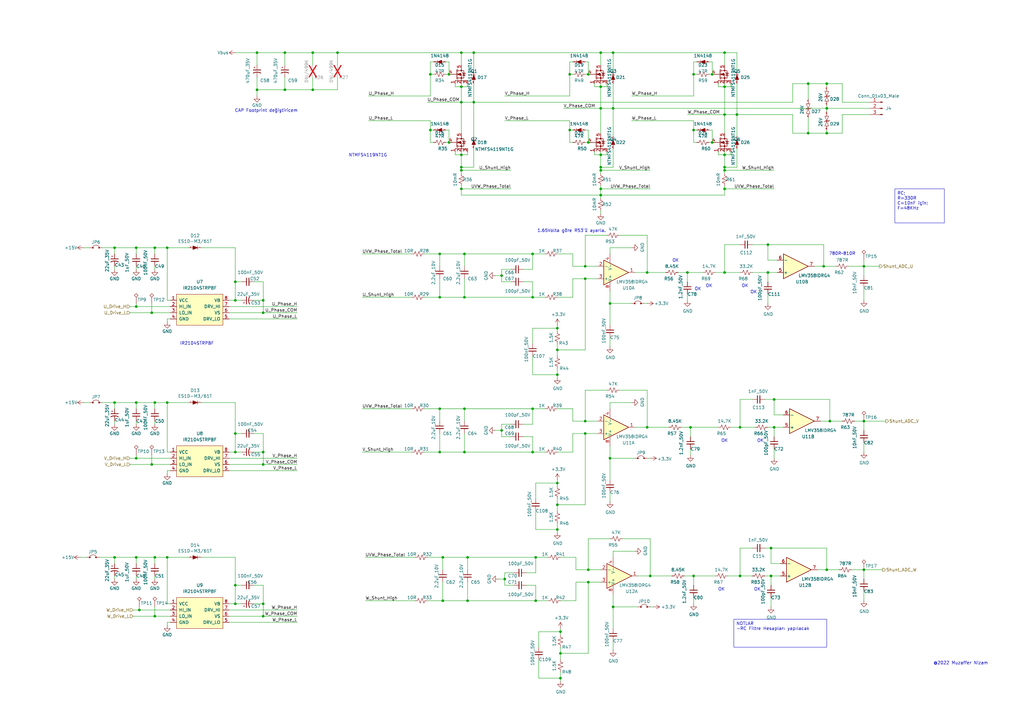
<source format=kicad_sch>
(kicad_sch (version 20231120) (generator "eeschema") (generator_version "8.0")
  (paper "A3")
  (junction (at 194.31 21.59))
  (junction (at 181.61 246.38))
  (junction (at 107.95 185.42))
  (junction (at 128.27 21.59))
  (junction (at 68.58 101.6))
  (junction (at 176.53 30.48))
  (junction (at 339.09 44.45))
  (junction (at 96.52 115.57))
  (junction (at 180.34 185.42))
  (junction (at 190.5 185.42))
  (junction (at 340.36 172.72))
  (junction (at 96.52 240.03))
  (junction (at 68.58 165.1))
  (junction (at 292.1 30.48))
  (junction (at 62.23 128.27))
  (junction (at 138.43 21.59))
  (junction (at 128.27 36.83))
  (junction (at 283.21 175.26))
  (junction (at 218.44 167.64))
  (junction (at 303.53 236.22))
  (junction (at 63.5 165.1))
  (junction (at 62.23 190.5))
  (junction (at 297.18 111.76))
  (junction (at 314.96 100.33))
  (junction (at 251.46 248.92))
  (junction (at 194.31 41.91))
  (junction (at 218.44 185.42))
  (junction (at 96.52 123.19))
  (junction (at 229.87 267.97))
  (junction (at 189.23 63.5))
  (junction (at 284.48 30.48))
  (junction (at 219.71 228.6))
  (junction (at 107.95 123.19))
  (junction (at 189.23 35.56))
  (junction (at 189.23 69.85))
  (junction (at 228.6 217.17))
  (junction (at 190.5 121.92))
  (junction (at 297.18 69.85))
  (junction (at 191.77 246.38))
  (junction (at 240.03 114.3))
  (junction (at 116.84 21.59))
  (junction (at 240.03 172.72))
  (junction (at 241.3 30.48))
  (junction (at 339.09 34.29))
  (junction (at 241.3 238.76))
  (junction (at 314.96 111.76))
  (junction (at 251.46 44.45))
  (junction (at 189.23 21.59))
  (junction (at 265.43 111.76))
  (junction (at 246.38 35.56))
  (junction (at 68.58 228.6))
  (junction (at 218.44 104.14))
  (junction (at 190.5 104.14))
  (junction (at 55.88 165.1))
  (junction (at 191.77 228.6))
  (junction (at 46.99 165.1))
  (junction (at 228.6 143.51))
  (junction (at 317.5 163.83))
  (junction (at 207.01 237.49))
  (junction (at 266.7 236.22))
  (junction (at 297.18 21.59))
  (junction (at 339.09 54.61))
  (junction (at 316.23 224.79))
  (junction (at 246.38 21.59))
  (junction (at 316.23 236.22))
  (junction (at 55.88 101.6))
  (junction (at 107.95 128.27))
  (junction (at 297.18 68.58))
  (junction (at 96.52 185.42))
  (junction (at 205.74 113.03))
  (junction (at 246.38 44.45))
  (junction (at 96.52 247.65))
  (junction (at 228.6 198.12))
  (junction (at 246.38 77.47))
  (junction (at 229.87 259.08))
  (junction (at 218.44 121.92))
  (junction (at 105.41 21.59))
  (junction (at 107.95 190.5))
  (junction (at 251.46 21.59))
  (junction (at 189.23 41.91))
  (junction (at 107.95 247.65))
  (junction (at 46.99 101.6))
  (junction (at 55.88 125.73))
  (junction (at 240.03 109.22))
  (junction (at 297.18 46.99))
  (junction (at 246.38 80.01))
  (junction (at 354.33 172.72))
  (junction (at 63.5 101.6))
  (junction (at 337.82 109.22))
  (junction (at 284.48 53.34))
  (junction (at 250.19 187.96))
  (junction (at 46.99 228.6))
  (junction (at 189.23 77.47))
  (junction (at 246.38 63.5))
  (junction (at 250.19 124.46))
  (junction (at 317.5 175.26))
  (junction (at 180.34 104.14))
  (junction (at 281.94 111.76))
  (junction (at 284.48 236.22))
  (junction (at 63.5 252.73))
  (junction (at 181.61 228.6))
  (junction (at 55.88 187.96))
  (junction (at 233.68 53.34))
  (junction (at 246.38 68.58))
  (junction (at 233.68 30.48))
  (junction (at 297.18 35.56))
  (junction (at 105.41 36.83))
  (junction (at 180.34 121.92))
  (junction (at 205.74 176.53))
  (junction (at 297.18 63.5))
  (junction (at 354.33 109.22))
  (junction (at 176.53 53.34))
  (junction (at 96.52 177.8))
  (junction (at 240.03 177.8))
  (junction (at 229.87 278.13))
  (junction (at 219.71 246.38))
  (junction (at 63.5 228.6))
  (junction (at 190.5 167.64))
  (junction (at 354.33 233.68))
  (junction (at 246.38 69.85))
  (junction (at 302.26 46.99))
  (junction (at 184.15 58.42))
  (junction (at 189.23 68.58))
  (junction (at 57.15 250.19))
  (junction (at 339.09 233.68))
  (junction (at 297.18 77.47))
  (junction (at 228.6 134.62))
  (junction (at 228.6 153.67))
  (junction (at 107.95 252.73))
  (junction (at 241.3 233.68))
  (junction (at 265.43 175.26))
  (junction (at 331.47 34.29))
  (junction (at 241.3 58.42))
  (junction (at 55.88 228.6))
  (junction (at 184.15 30.48))
  (junction (at 180.34 167.64))
  (junction (at 116.84 36.83))
  (junction (at 331.47 54.61))
  (junction (at 292.1 58.42))
  (junction (at 228.6 207.01))
  (junction (at 303.53 175.26))
  (wire (pts (xy 251.46 44.45) (xy 251.46 55.88)))
  (wire (pts (xy 354.33 176.53) (xy 354.33 172.72)))
  (wire (pts (xy 354.33 118.11) (xy 354.33 123.19)))
  (wire (pts (xy 93.98 187.96) (xy 121.92 187.96)))
  (wire (pts (xy 240.03 143.51) (xy 228.6 143.51)))
  (wire (pts (xy 53.34 190.5) (xy 62.23 190.5)))
  (wire (pts (xy 228.6 198.12) (xy 228.6 196.85)))
  (wire (pts (xy 297.18 68.58) (xy 297.18 69.85)))
  (wire (pts (xy 240.03 172.72) (xy 245.11 172.72)))
  (wire (pts (xy 241.3 238.76) (xy 236.22 238.76)))
  (wire (pts (xy 241.3 25.4) (xy 241.3 30.48)))
  (wire (pts (xy 228.6 204.47) (xy 228.6 207.01)))
  (wire (pts (xy 297.18 100.33) (xy 297.18 111.76)))
  (wire (pts (xy 228.6 151.13) (xy 228.6 153.67)))
  (wire (pts (xy 251.46 34.29) (xy 251.46 44.45)))
  (wire (pts (xy 250.19 119.38) (xy 250.19 124.46)))
  (wire (pts (xy 297.18 68.58) (xy 302.26 68.58)))
  (wire (pts (xy 229.87 270.51) (xy 229.87 267.97)))
  (wire (pts (xy 246.38 35.56) (xy 246.38 44.45)))
  (wire (pts (xy 261.62 236.22) (xy 266.7 236.22)))
  (wire (pts (xy 234.95 121.92) (xy 228.6 121.92)))
  (wire (pts (xy 55.88 187.96) (xy 69.85 187.96)))
  (wire (pts (xy 236.22 233.68) (xy 236.22 228.6)))
  (wire (pts (xy 63.5 252.73) (xy 69.85 252.73)))
  (wire (pts (xy 104.14 123.19) (xy 107.95 123.19)))
  (wire (pts (xy 182.88 53.34) (xy 184.15 53.34)))
  (wire (pts (xy 228.6 134.62) (xy 228.6 133.35)))
  (wire (pts (xy 55.88 173.99) (xy 55.88 172.72)))
  (wire (pts (xy 96.52 21.59) (xy 105.41 21.59)))
  (wire (pts (xy 246.38 86.36) (xy 246.38 87.63)))
  (wire (pts (xy 250.19 187.96) (xy 250.19 196.85)))
  (wire (pts (xy 194.31 34.29) (xy 194.31 41.91)))
  (wire (pts (xy 189.23 21.59) (xy 194.31 21.59)))
  (wire (pts (xy 205.74 115.57) (xy 209.55 115.57)))
  (wire (pts (xy 251.46 248.92) (xy 251.46 257.81)))
  (wire (pts (xy 354.33 172.72) (xy 363.22 172.72)))
  (wire (pts (xy 345.44 46.99) (xy 345.44 54.61)))
  (wire (pts (xy 228.6 214.63) (xy 228.6 217.17)))
  (wire (pts (xy 107.95 240.03) (xy 107.95 247.65)))
  (wire (pts (xy 189.23 35.56) (xy 191.77 35.56)))
  (wire (pts (xy 229.87 259.08) (xy 229.87 257.81)))
  (wire (pts (xy 345.44 41.91) (xy 345.44 34.29)))
  (wire (pts (xy 278.13 111.76) (xy 281.94 111.76)))
  (wire (pts (xy 290.83 58.42) (xy 292.1 58.42)))
  (wire (pts (xy 302.26 46.99) (xy 302.26 55.88)))
  (wire (pts (xy 68.58 165.1) (xy 68.58 185.42)))
  (wire (pts (xy 55.88 186.69) (xy 55.88 187.96)))
  (wire (pts (xy 285.75 25.4) (xy 284.48 25.4)))
  (wire (pts (xy 203.2 113.03) (xy 205.74 113.03)))
  (wire (pts (xy 55.88 110.49) (xy 55.88 109.22)))
  (wire (pts (xy 191.77 246.38) (xy 191.77 238.76)))
  (wire (pts (xy 68.58 132.08) (xy 68.58 130.81)))
  (wire (pts (xy 205.74 173.99) (xy 209.55 173.99)))
  (wire (pts (xy 104.14 185.42) (xy 107.95 185.42)))
  (wire (pts (xy 240.03 53.34) (xy 241.3 53.34)))
  (wire (pts (xy 93.98 130.81) (xy 121.92 130.81)))
  (wire (pts (xy 190.5 167.64) (xy 190.5 172.72)))
  (wire (pts (xy 53.34 125.73) (xy 55.88 125.73)))
  (wire (pts (xy 234.95 185.42) (xy 228.6 185.42)))
  (wire (pts (xy 194.31 29.21) (xy 194.31 21.59)))
  (wire (pts (xy 228.6 146.05) (xy 228.6 143.51)))
  (wire (pts (xy 317.5 175.26) (xy 321.31 175.26)))
  (wire (pts (xy 302.26 34.29) (xy 302.26 46.99)))
  (wire (pts (xy 251.46 243.84) (xy 251.46 248.92)))
  (wire (pts (xy 41.91 165.1) (xy 46.99 165.1)))
  (wire (pts (xy 350.52 172.72) (xy 354.33 172.72)))
  (wire (pts (xy 234.95 104.14) (xy 228.6 104.14)))
  (wire (pts (xy 55.88 125.73) (xy 69.85 125.73)))
  (wire (pts (xy 299.72 35.56) (xy 299.72 34.29)))
  (wire (pts (xy 241.3 238.76) (xy 241.3 267.97)))
  (wire (pts (xy 68.58 247.65) (xy 69.85 247.65)))
  (wire (pts (xy 214.63 173.99) (xy 218.44 173.99)))
  (wire (pts (xy 297.18 62.23) (xy 297.18 63.5)))
  (wire (pts (xy 240.03 109.22) (xy 245.11 109.22)))
  (wire (pts (xy 297.18 35.56) (xy 297.18 46.99)))
  (wire (pts (xy 107.95 252.73) (xy 121.92 252.73)))
  (wire (pts (xy 331.47 34.29) (xy 331.47 40.64)))
  (wire (pts (xy 234.95 177.8) (xy 234.95 185.42)))
  (wire (pts (xy 205.74 113.03) (xy 205.74 115.57)))
  (wire (pts (xy 284.48 25.4) (xy 284.48 30.48)))
  (wire (pts (xy 264.16 124.46) (xy 265.43 124.46)))
  (wire (pts (xy 259.08 49.53) (xy 284.48 49.53)))
  (wire (pts (xy 205.74 113.03) (xy 205.74 110.49)))
  (wire (pts (xy 317.5 163.83) (xy 340.36 163.83)))
  (wire (pts (xy 82.55 228.6) (xy 96.52 228.6)))
  (wire (pts (xy 138.43 36.83) (xy 128.27 36.83)))
  (wire (pts (xy 184.15 53.34) (xy 184.15 58.42)))
  (wire (pts (xy 246.38 68.58) (xy 251.46 68.58)))
  (wire (pts (xy 220.98 278.13) (xy 229.87 278.13)))
  (wire (pts (xy 233.68 58.42) (xy 233.68 53.34)))
  (wire (pts (xy 245.11 177.8) (xy 240.03 177.8)))
  (wire (pts (xy 223.52 185.42) (xy 218.44 185.42)))
  (wire (pts (xy 240.03 114.3) (xy 240.03 143.51)))
  (wire (pts (xy 228.6 209.55) (xy 228.6 207.01)))
  (wire (pts (xy 340.36 172.72) (xy 345.44 172.72)))
  (wire (pts (xy 339.09 34.29) (xy 339.09 35.56)))
  (wire (pts (xy 339.09 44.45) (xy 339.09 45.72)))
  (wire (pts (xy 184.15 25.4) (xy 184.15 30.48)))
  (wire (pts (xy 240.03 109.22) (xy 234.95 109.22)))
  (wire (pts (xy 55.88 165.1) (xy 63.5 165.1)))
  (wire (pts (xy 308.61 100.33) (xy 314.96 100.33)))
  (wire (pts (xy 138.43 21.59) (xy 189.23 21.59)))
  (wire (pts (xy 331.47 54.61) (xy 325.12 54.61)))
  (wire (pts (xy 69.85 123.19) (xy 68.58 123.19)))
  (wire (pts (xy 250.19 165.1) (xy 259.08 165.1)))
  (wire (pts (xy 34.29 101.6) (xy 36.83 101.6)))
  (wire (pts (xy 93.98 193.04) (xy 121.92 193.04)))
  (wire (pts (xy 339.09 44.45) (xy 356.87 44.45)))
  (wire (pts (xy 283.21 175.26) (xy 294.64 175.26)))
  (wire (pts (xy 354.33 113.03) (xy 354.33 109.22)))
  (wire (pts (xy 228.6 199.39) (xy 228.6 198.12)))
  (wire (pts (xy 250.19 220.98) (xy 241.3 220.98)))
  (wire (pts (xy 243.84 63.5) (xy 243.84 62.23)))
  (wire (pts (xy 205.74 176.53) (xy 205.74 179.07)))
  (wire (pts (xy 248.92 160.02) (xy 240.03 160.02)))
  (wire (pts (xy 207.01 240.03) (xy 210.82 240.03)))
  (wire (pts (xy 283.21 184.15) (xy 283.21 186.69)))
  (wire (pts (xy 176.53 53.34) (xy 176.53 49.53)))
  (wire (pts (xy 182.88 30.48) (xy 184.15 30.48)))
  (wire (pts (xy 53.34 128.27) (xy 62.23 128.27)))
  (wire (pts (xy 314.96 175.26) (xy 317.5 175.26)))
  (wire (pts (xy 189.23 63.5) (xy 191.77 63.5)))
  (wire (pts (xy 175.26 41.91) (xy 189.23 41.91)))
  (wire (pts (xy 173.99 185.42) (xy 180.34 185.42)))
  (wire (pts (xy 96.52 165.1) (xy 96.52 177.8)))
  (wire (pts (xy 128.27 31.75) (xy 128.27 36.83)))
  (wire (pts (xy 354.33 109.22) (xy 360.68 109.22)))
  (wire (pts (xy 233.68 25.4) (xy 233.68 30.48)))
  (wire (pts (xy 181.61 246.38) (xy 191.77 246.38)))
  (wire (pts (xy 240.03 58.42) (xy 241.3 58.42)))
  (wire (pts (xy 191.77 228.6) (xy 191.77 233.68)))
  (wire (pts (xy 251.46 248.92) (xy 261.62 248.92)))
  (wire (pts (xy 231.14 44.45) (xy 246.38 44.45)))
  (wire (pts (xy 303.53 175.26) (xy 309.88 175.26)))
  (wire (pts (xy 228.6 153.67) (xy 228.6 154.94)))
  (wire (pts (xy 248.92 96.52) (xy 240.03 96.52)))
  (wire (pts (xy 93.98 125.73) (xy 121.92 125.73)))
  (wire (pts (xy 320.04 231.14) (xy 316.23 231.14)))
  (wire (pts (xy 194.31 21.59) (xy 246.38 21.59)))
  (wire (pts (xy 234.95 114.3) (xy 234.95 121.92)))
  (wire (pts (xy 297.18 46.99) (xy 302.26 46.99)))
  (wire (pts (xy 224.79 246.38) (xy 219.71 246.38)))
  (wire (pts (xy 189.23 35.56) (xy 189.23 41.91)))
  (wire (pts (xy 96.52 101.6) (xy 96.52 115.57)))
  (wire (pts (xy 302.26 29.21) (xy 302.26 21.59)))
  (wire (pts (xy 176.53 58.42) (xy 176.53 53.34)))
  (wire (pts (xy 180.34 121.92) (xy 190.5 121.92)))
  (wire (pts (xy 236.22 238.76) (xy 236.22 246.38)))
  (wire (pts (xy 82.55 101.6) (xy 96.52 101.6)))
  (wire (pts (xy 46.99 101.6) (xy 55.88 101.6)))
  (wire (pts (xy 246.38 63.5) (xy 243.84 63.5)))
  (wire (pts (xy 285.75 53.34) (xy 284.48 53.34)))
  (wire (pts (xy 240.03 177.8) (xy 234.95 177.8)))
  (wire (pts (xy 246.38 80.01) (xy 297.18 80.01)))
  (wire (pts (xy 99.06 240.03) (xy 96.52 240.03)))
  (wire (pts (xy 214.63 110.49) (xy 218.44 110.49)))
  (wire (pts (xy 265.43 187.96) (xy 266.7 187.96)))
  (wire (pts (xy 266.7 236.22) (xy 266.7 220.98)))
  (wire (pts (xy 284.48 245.11) (xy 284.48 247.65)))
  (wire (pts (xy 313.69 224.79) (xy 316.23 224.79)))
  (wire (pts (xy 317.5 184.15) (xy 317.5 187.96)))
  (wire (pts (xy 297.18 69.85) (xy 297.18 71.12)))
  (wire (pts (xy 250.19 142.24) (xy 250.19 138.43)))
  (wire (pts (xy 339.09 43.18) (xy 339.09 44.45)))
  (wire (pts (xy 107.95 177.8) (xy 107.95 185.42)))
  (wire (pts (xy 180.34 114.3) (xy 180.34 121.92)))
  (wire (pts (xy 181.61 228.6) (xy 191.77 228.6)))
  (wire (pts (xy 68.58 228.6) (xy 68.58 247.65)))
  (wire (pts (xy 189.23 41.91) (xy 194.31 41.91)))
  (wire (pts (xy 303.53 224.79) (xy 303.53 236.22)))
  (wire (pts (xy 294.64 35.56) (xy 294.64 34.29)))
  (wire (pts (xy 96.52 228.6) (xy 96.52 240.03)))
  (wire (pts (xy 339.09 53.34) (xy 339.09 54.61)))
  (wire (pts (xy 189.23 63.5) (xy 186.69 63.5)))
  (wire (pts (xy 234.95 167.64) (xy 228.6 167.64)))
  (wire (pts (xy 284.48 236.22) (xy 293.37 236.22)))
  (wire (pts (xy 189.23 77.47) (xy 209.55 77.47)))
  (wire (pts (xy 297.18 77.47) (xy 297.18 80.01)))
  (wire (pts (xy 180.34 185.42) (xy 190.5 185.42)))
  (wire (pts (xy 297.18 63.5) (xy 294.64 63.5)))
  (wire (pts (xy 173.99 104.14) (xy 180.34 104.14)))
  (wire (pts (xy 128.27 36.83) (xy 116.84 36.83)))
  (wire (pts (xy 285.75 58.42) (xy 284.48 58.42)))
  (wire (pts (xy 245.11 114.3) (xy 240.03 114.3)))
  (wire (pts (xy 266.7 248.92) (xy 267.97 248.92)))
  (wire (pts (xy 177.8 53.34) (xy 176.53 53.34)))
  (wire (pts (xy 236.22 228.6) (xy 229.87 228.6)))
  (wire (pts (xy 303.53 236.22) (xy 308.61 236.22)))
  (wire (pts (xy 345.44 54.61) (xy 339.09 54.61)))
  (wire (pts (xy 116.84 36.83) (xy 105.41 36.83)))
  (wire (pts (xy 251.46 60.96) (xy 251.46 68.58)))
  (wire (pts (xy 281.94 46.99) (xy 297.18 46.99)))
  (wire (pts (xy 246.38 69.85) (xy 246.38 71.12)))
  (wire (pts (xy 189.23 68.58) (xy 189.23 69.85)))
  (wire (pts (xy 223.52 104.14) (xy 218.44 104.14)))
  (wire (pts (xy 190.5 185.42) (xy 190.5 177.8)))
  (wire (pts (xy 128.27 21.59) (xy 138.43 21.59)))
  (wire (pts (xy 151.13 49.53) (xy 176.53 49.53)))
  (wire (pts (xy 54.61 250.19) (xy 57.15 250.19)))
  (wire (pts (xy 148.59 121.92) (xy 168.91 121.92)))
  (wire (pts (xy 290.83 53.34) (xy 292.1 53.34)))
  (wire (pts (xy 266.7 236.22) (xy 275.59 236.22)))
  (wire (pts (xy 220.98 270.51) (xy 220.98 278.13)))
  (wire (pts (xy 104.14 240.03) (xy 107.95 240.03)))
  (wire (pts (xy 228.6 153.67) (xy 218.44 153.67)))
  (wire (pts (xy 240.03 25.4) (xy 241.3 25.4)))
  (wire (pts (xy 96.52 115.57) (xy 96.52 123.19)))
  (wire (pts (xy 55.88 104.14) (xy 55.88 101.6)))
  (wire (pts (xy 191.77 63.5) (xy 191.77 62.23)))
  (wire (pts (xy 62.23 128.27) (xy 69.85 128.27)))
  (wire (pts (xy 138.43 31.75) (xy 138.43 36.83)))
  (wire (pts (xy 68.58 101.6) (xy 68.58 123.19)))
  (wire (pts (xy 297.18 76.2) (xy 297.18 77.47)))
  (wire (pts (xy 233.68 30.48) (xy 233.68 39.37)))
  (wire (pts (xy 349.25 233.68) (xy 354.33 233.68)))
  (wire (pts (xy 218.44 185.42) (xy 218.44 179.07)))
  (wire (pts (xy 205.74 179.07) (xy 209.55 179.07)))
  (wire (pts (xy 63.5 167.64) (xy 63.5 165.1)))
  (wire (pts (xy 250.19 101.6) (xy 259.08 101.6)))
  (wire (pts (xy 63.5 228.6) (xy 68.58 228.6)))
  (wire (pts (xy 339.09 34.29) (xy 331.47 34.29)))
  (wire (pts (xy 251.46 21.59) (xy 297.18 21.59)))
  (wire (pts (xy 128.27 26.67) (xy 128.27 21.59)))
  (wire (pts (xy 180.34 109.22) (xy 180.34 104.14)))
  (wire (pts (xy 68.58 256.54) (xy 68.58 255.27)))
  (wire (pts (xy 260.35 111.76) (xy 265.43 111.76)))
  (wire (pts (xy 284.48 30.48) (xy 284.48 39.37)))
  (wire (pts (xy 340.36 163.83) (xy 340.36 172.72)))
  (wire (pts (xy 336.55 172.72) (xy 340.36 172.72)))
  (wire (pts (xy 260.35 175.26) (xy 265.43 175.26)))
  (wire (pts (xy 53.34 187.96) (xy 55.88 187.96)))
  (wire (pts (xy 46.99 228.6) (xy 55.88 228.6)))
  (wire (pts (xy 234.95 58.42) (xy 233.68 58.42)))
  (wire (pts (xy 68.58 194.31) (xy 68.58 193.04)))
  (wire (pts (xy 297.18 26.67) (xy 297.18 21.59)))
  (wire (pts (xy 294.64 63.5) (xy 294.64 62.23)))
  (wire (pts (xy 219.71 234.95) (xy 219.71 228.6)))
  (wire (pts (xy 46.99 231.14) (xy 46.99 228.6)))
  (wire (pts (xy 228.6 217.17) (xy 219.71 217.17)))
  (wire (pts (xy 299.72 63.5) (xy 299.72 62.23)))
  (wire (pts (xy 194.31 41.91) (xy 325.12 41.91)))
  (wire (pts (xy 148.59 104.14) (xy 168.91 104.14)))
  (wire (pts (xy 107.95 185.42) (xy 107.95 190.5)))
  (wire (pts (xy 63.5 101.6) (xy 68.58 101.6)))
  (wire (pts (xy 246.38 77.47) (xy 266.7 77.47)))
  (wire (pts (xy 55.88 167.64) (xy 55.88 165.1)))
  (wire (pts (xy 219.71 240.03) (xy 215.9 240.03)))
  (wire (pts (xy 251.46 44.45) (xy 339.09 44.45)))
  (wire (pts (xy 302.26 60.96) (xy 302.26 68.58)))
  (wire (pts (xy 345.44 41.91) (xy 356.87 41.91)))
  (wire (pts (xy 297.18 46.99) (xy 297.18 54.61)))
  (wire (pts (xy 334.01 109.22) (xy 337.82 109.22)))
  (wire (pts (xy 33.02 228.6) (xy 35.56 228.6)))
  (wire (pts (xy 182.88 25.4) (xy 184.15 25.4)))
  (wire (pts (xy 318.77 106.68) (xy 314.96 106.68)))
  (wire (pts (xy 279.4 175.26) (xy 283.21 175.26)))
  (wire (pts (xy 176.53 30.48) (xy 176.53 39.37)))
  (wire (pts (xy 219.71 198.12) (xy 219.71 204.47)))
  (wire (pts (xy 308.61 111.76) (xy 314.96 111.76)))
  (wire (pts (xy 345.44 46.99) (xy 356.87 46.99)))
  (wire (pts (xy 189.23 34.29) (xy 189.23 35.56)))
  (wire (pts (xy 205.74 110.49) (xy 209.55 110.49)))
  (wire (pts (xy 246.38 62.23) (xy 246.38 63.5)))
  (wire (pts (xy 99.06 177.8) (xy 96.52 177.8)))
  (wire (pts (xy 189.23 62.23) (xy 189.23 63.5)))
  (wire (pts (xy 234.95 172.72) (xy 234.95 167.64)))
  (wire (pts (xy 194.31 41.91) (xy 194.31 55.88)))
  (wire (pts (xy 265.43 175.26) (xy 274.32 175.26)))
  (wire (pts (xy 186.69 35.56) (xy 186.69 34.29)))
  (wire (pts (xy 55.88 237.49) (xy 55.88 236.22)))
  (wire (pts (xy 77.47 165.1) (xy 68.58 165.1)))
  (wire (pts (xy 190.5 167.64) (xy 218.44 167.64)))
  (wire (pts (xy 55.88 124.46) (xy 55.88 125.73)))
  (wire (pts (xy 96.52 247.65) (xy 99.06 247.65)))
  (wire (pts (xy 297.18 35.56) (xy 299.72 35.56)))
  (wire (pts (xy 285.75 30.48) (xy 284.48 30.48)))
  (wire (pts (xy 57.15 248.92) (xy 57.15 250.19)))
  (wire (pts (xy 77.47 228.6) (xy 68.58 228.6)))
  (wire (pts (xy 241.3 233.68) (xy 236.22 233.68)))
  (wire (pts (xy 191.77 246.38) (xy 219.71 246.38)))
  (wire (pts (xy 180.34 172.72) (xy 180.34 167.64)))
  (wire (pts (xy 283.21 179.07) (xy 283.21 175.26)))
  (wire (pts (xy 93.98 128.27) (xy 107.95 128.27)))
  (wire (pts (xy 265.43 111.76) (xy 265.43 96.52)))
  (wire (pts (xy 138.43 21.59) (xy 138.43 26.67)))
  (wire (pts (xy 314.96 100.33) (xy 337.82 100.33)))
  (wire (pts (xy 240.03 177.8) (xy 240.03 207.01)))
  (wire (pts (xy 284.48 240.03) (xy 284.48 236.22)))
  (wire (pts (xy 223.52 167.64) (xy 218.44 167.64)))
  (wire (pts (xy 191.77 228.6) (xy 219.71 228.6)))
  (wire (pts (xy 173.99 121.92) (xy 180.34 121.92)))
  (wire (pts (xy 228.6 140.97) (xy 228.6 143.51)))
  (wire (pts (xy 229.87 265.43) (xy 229.87 267.97)))
  (wire (pts (xy 189.23 63.5) (xy 189.23 68.58)))
  (wire (pts (xy 314.96 111.76) (xy 318.77 111.76)))
  (wire (pts (xy 246.38 63.5) (xy 246.38 68.58)))
  (wire (pts (xy 250.19 182.88) (xy 250.19 187.96)))
  (wire (pts (xy 116.84 31.75) (xy 116.84 36.83)))
  (wire (pts (xy 229.87 278.13) (xy 229.87 279.4)))
  (wire (pts (xy 265.43 96.52) (xy 254 96.52)))
  (wire (pts (xy 246.38 80.01) (xy 246.38 81.28)))
  (wire (pts (xy 297.18 35.56) (xy 294.64 35.56)))
  (wire (pts (xy 297.18 21.59) (xy 302.26 21.59)))
  (wire (pts (xy 246.38 34.29) (xy 246.38 35.56)))
  (wire (pts (xy 203.2 176.53) (xy 205.74 176.53)))
  (wire (pts (xy 177.8 25.4) (xy 176.53 25.4)))
  (wire (pts (xy 250.19 101.6) (xy 250.19 104.14)))
  (wire (pts (xy 93.98 250.19) (xy 121.92 250.19)))
  (wire (pts (xy 259.08 39.37) (xy 284.48 39.37)))
  (wire (pts (xy 317.5 163.83) (xy 317.5 170.18)))
  (wire (pts (xy 219.71 246.38) (xy 219.71 240.03)))
  (wire (pts (xy 189.23 68.58) (xy 194.31 68.58)))
  (wire (pts (xy 251.46 226.06) (xy 260.35 226.06)))
  (wire (pts (xy 240.03 207.01) (xy 228.6 207.01)))
  (wire (pts (xy 82.55 165.1) (xy 96.52 165.1)))
  (wire (pts (xy 281.94 111.76) (xy 288.29 111.76)))
  (wire (pts (xy 354.33 233.68) (xy 361.95 233.68)))
  (wire (pts (xy 104.14 247.65) (xy 107.95 247.65)))
  (wire (pts (xy 284.48 58.42) (xy 284.48 53.34)))
  (wire (pts (xy 220.98 259.08) (xy 229.87 259.08)))
  (wire (pts (xy 96.52 177.8) (xy 96.52 185.42)))
  (wire (pts (xy 189.23 69.85) (xy 209.55 69.85)))
  (wire (pts (xy 182.88 58.42) (xy 184.15 58.42)))
  (wire (pts (xy 204.47 237.49) (xy 207.01 237.49)))
  (wire (pts (xy 46.99 167.64) (xy 46.99 165.1)))
  (wire (pts (xy 96.52 247.65) (xy 93.98 247.65)))
  (wire (pts (xy 297.18 63.5) (xy 297.18 68.58)))
  (wire (pts (xy 325.12 34.29) (xy 325.12 41.91)))
  (wire (pts (xy 233.68 39.37) (xy 207.01 39.37)))
  (wire (pts (xy 240.03 96.52) (xy 240.03 109.22)))
  (wire (pts (xy 339.09 224.79) (xy 339.09 233.68)))
  (wire (pts (xy 148.59 185.42) (xy 168.91 185.42)))
  (wire (pts (xy 265.43 111.76) (xy 273.05 111.76)))
  (wire (pts (xy 246.38 26.67) (xy 246.38 21.59)))
  (wire (pts (xy 246.38 77.47) (xy 246.38 80.01)))
  (wire (pts (xy 265.43 175.26) (xy 265.43 160.02)))
  (wire (pts (xy 265.43 160.02) (xy 254 160.02)))
  (wire (pts (xy 107.95 115.57) (xy 107.95 123.19)))
  (wire (pts (xy 314.96 120.65) (xy 314.96 124.46)))
  (wire (pts (xy 207.01 237.49) (xy 207.01 240.03)))
  (wire (pts (xy 218.44 115.57) (xy 214.63 115.57)))
  (wire (pts (xy 107.95 190.5) (xy 121.92 190.5)))
  (wire (pts (xy 62.23 186.69) (xy 62.23 190.5)))
  (wire (pts (xy 280.67 236.22) (xy 284.48 236.22)))
  (wire (pts (xy 303.53 163.83) (xy 303.53 175.26)))
  (wire (pts (xy 46.99 104.14) (xy 46.99 101.6)))
  (wire (pts (xy 246.38 238.76) (xy 241.3 238.76)))
  (wire (pts (xy 313.69 163.83) (xy 317.5 163.83)))
  (wire (pts (xy 224.79 228.6) (xy 219.71 228.6)))
  (wire (pts (xy 107.95 247.65) (xy 107.95 252.73)))
  (wire (pts (xy 250.19 124.46) (xy 259.08 124.46)))
  (wire (pts (xy 207.01 234.95) (xy 210.82 234.95)))
  (wire (pts (xy 189.23 35.56) (xy 186.69 35.56)))
  (wire (pts (xy 40.64 228.6) (xy 46.99 228.6)))
  (wire (pts (xy 54.61 252.73) (xy 63.5 252.73)))
  (wire (pts (xy 233.68 49.53) (xy 207.01 49.53)))
  (wire (pts (xy 181.61 238.76) (xy 181.61 246.38)))
  (wire (pts (xy 189.23 41.91) (xy 189.23 54.61)))
  (wire (pts (xy 104.14 177.8) (xy 107.95 177.8)))
  (wire (pts (xy 46.99 165.1) (xy 55.88 165.1)))
  (wire (pts (xy 57.15 250.19) (xy 69.85 250.19)))
  (wire (pts (xy 284.48 53.34) (xy 284.48 49.53)))
  (wire (pts (xy 151.13 39.37) (xy 176.53 39.37)))
  (wire (pts (xy 190.5 104.14) (xy 190.5 109.22)))
  (wire (pts (xy 240.03 114.3) (xy 234.95 114.3)))
  (wire (pts (xy 251.46 29.21) (xy 251.46 21.59)))
  (wire (pts (xy 55.88 231.14) (xy 55.88 228.6)))
  (wire (pts (xy 68.58 255.27) (xy 69.85 255.27)))
  (wire (pts (xy 240.03 172.72) (xy 234.95 172.72)))
  (wire (pts (xy 63.5 173.99) (xy 63.5 172.72)))
  (wire (pts (xy 107.95 123.19) (xy 107.95 128.27)))
  (wire (pts (xy 180.34 104.14) (xy 190.5 104.14)))
  (wire (pts (xy 218.44 173.99) (xy 218.44 167.64)))
  (wire (pts (xy 205.74 176.53) (xy 205.74 173.99)))
  (wire (pts (xy 116.84 26.67) (xy 116.84 21.59)))
  (wire (pts (xy 298.45 236.22) (xy 303.53 236.22)))
  (wire (pts (xy 233.68 53.34) (xy 233.68 49.53)))
  (wire (pts (xy 194.31 60.96) (xy 194.31 68.58)))
  (wire (pts (xy 241.3 53.34) (xy 241.3 58.42)))
  (wire (pts (xy 228.6 217.17) (xy 228.6 218.44)))
  (wire (pts (xy 63.5 237.49) (xy 63.5 236.22)))
  (wire (pts (xy 190.5 121.92) (xy 190.5 114.3)))
  (wire (pts (xy 189.23 77.47) (xy 189.23 80.01)))
  (wire (pts (xy 331.47 48.26) (xy 331.47 54.61)))
  (wire (pts (xy 335.28 233.68) (xy 339.09 233.68)))
  (wire (pts (xy 46.99 236.22) (xy 46.99 237.49)))
  (wire (pts (xy 149.86 228.6) (xy 170.18 228.6)))
  (wire (pts (xy 176.53 25.4) (xy 176.53 30.48)))
  (wire (pts (xy 313.69 236.22) (xy 316.23 236.22)))
  (wire (pts (xy 246.38 80.01) (xy 189.23 80.01)))
  (wire (pts (xy 149.86 246.38) (xy 170.18 246.38)))
  (wire (pts (xy 299.72 175.26) (xy 303.53 175.26)))
  (wire (pts (xy 218.44 121.92) (xy 218.44 115.57)))
  (wire (pts (xy 180.34 177.8) (xy 180.34 185.42)))
  (wire (pts (xy 55.88 101.6) (xy 63.5 101.6)))
  (wire (pts (xy 219.71 209.55) (xy 219.71 217.17)))
  (wire (pts (xy 316.23 224.79) (xy 339.09 224.79)))
  (wire (pts (xy 297.18 77.47) (xy 317.5 77.47)))
  (wire (pts (xy 96.52 185.42) (xy 99.06 185.42)))
  (wire (pts (xy 246.38 44.45) (xy 246.38 54.61)))
  (wire (pts (xy 339.09 233.68) (xy 344.17 233.68)))
  (wire (pts (xy 297.18 111.76) (xy 303.53 111.76)))
  (wire (pts (xy 317.5 175.26) (xy 317.5 179.07)))
  (wire (pts (xy 175.26 246.38) (xy 181.61 246.38)))
  (wire (pts (xy 321.31 170.18) (xy 317.5 170.18)))
  (wire (pts (xy 314.96 100.33) (xy 314.96 106.68)))
  (wire (pts (xy 148.59 167.64) (xy 168.91 167.64)))
  (wire (pts (xy 246.38 76.2) (xy 246.38 77.47)))
  (wire (pts (xy 107.95 128.27) (xy 121.92 128.27)))
  (wire (pts (xy 246.38 44.45) (xy 251.46 44.45)))
  (wire (pts (xy 241.3 233.68) (xy 246.38 233.68)))
  (wire (pts (xy 248.92 63.5) (xy 248.92 62.23)))
  (wire (pts (xy 234.95 25.4) (xy 233.68 25.4)))
  (wire (pts (xy 218.44 110.49) (xy 218.44 104.14)))
  (wire (pts (xy 128.27 21.59) (xy 116.84 21.59)))
  (wire (pts (xy 190.5 104.14) (xy 218.44 104.14)))
  (wire (pts (xy 175.26 228.6) (xy 181.61 228.6)))
  (wire (pts (xy 104.14 115.57) (xy 107.95 115.57)))
  (wire (pts (xy 337.82 109.22) (xy 342.9 109.22)))
  (wire (pts (xy 93.98 252.73) (xy 107.95 252.73)))
  (wire (pts (xy 243.84 35.56) (xy 243.84 34.29)))
  (wire (pts (xy 68.58 130.81) (xy 69.85 130.81)))
  (wire (pts (xy 116.84 21.59) (xy 105.41 21.59)))
  (wire (pts (xy 297.18 63.5) (xy 299.72 63.5)))
  (wire (pts (xy 241.3 220.98) (xy 241.3 233.68)))
  (wire (pts (xy 96.52 240.03) (xy 96.52 247.65)))
  (wire (pts (xy 314.96 111.76) (xy 314.96 115.57)))
  (wire (pts (xy 354.33 106.68) (xy 354.33 109.22)))
  (wire (pts (xy 246.38 35.56) (xy 243.84 35.56)))
  (wire (pts (xy 292.1 53.34) (xy 292.1 58.42)))
  (wire (pts (xy 62.23 190.5) (xy 69.85 190.5)))
  (wire (pts (xy 105.41 31.75) (xy 105.41 36.83)))
  (wire (pts (xy 186.69 63.5) (xy 186.69 62.23)))
  (wire (pts (xy 250.19 187.96) (xy 260.35 187.96)))
  (wire (pts (xy 63.5 110.49) (xy 63.5 109.22)))
  (wire (pts (xy 246.38 35.56) (xy 248.92 35.56)))
  (wire (pts (xy 63.5 165.1) (xy 68.58 165.1)))
  (wire (pts (xy 297.18 34.29) (xy 297.18 35.56)))
  (wire (pts (xy 308.61 224.79) (xy 303.53 224.79)))
  (wire (pts (xy 246.38 21.59) (xy 251.46 21.59)))
  (wire (pts (xy 218.44 146.05) (xy 218.44 153.67)))
  (wire (pts (xy 218.44 134.62) (xy 218.44 140.97)))
  (wire (pts (xy 347.98 109.22) (xy 354.33 109.22)))
  (wire (pts (xy 316.23 224.79) (xy 316.23 231.14)))
  (wire (pts (xy 55.88 228.6) (xy 63.5 228.6)))
  (wire (pts (xy 228.6 135.89) (xy 228.6 134.62)))
  (wire (pts (xy 246.38 63.5) (xy 248.92 63.5)))
  (wire (pts (xy 229.87 260.35) (xy 229.87 259.08)))
  (wire (pts (xy 240.03 160.02) (xy 240.03 172.72)))
  (wire (pts (xy 250.19 124.46) (xy 250.19 133.35)))
  (wire (pts (xy 99.06 115.57) (xy 96.52 115.57)))
  (wire (pts (xy 34.29 165.1) (xy 36.83 165.1)))
  (wire (pts (xy 93.98 255.27) (xy 121.92 255.27)))
  (wire (pts (xy 281.94 120.65) (xy 281.94 123.19)))
  (wire (pts (xy 218.44 134.62) (xy 228.6 134.62)))
  (wire (pts (xy 105.41 21.59) (xy 105.41 26.67)))
  (wire (pts (xy 339.09 54.61) (xy 331.47 54.61)))
  (wire (pts (xy 293.37 111.76) (xy 297.18 111.76)))
  (wire (pts (xy 218.44 179.07) (xy 214.63 179.07)))
  (wire (pts (xy 190.5 185.42) (xy 218.44 185.42)))
  (wire (pts (xy 220.98 259.08) (xy 220.98 265.43)))
  (wire (pts (xy 266.7 220.98) (xy 255.27 220.98)))
  (wire (pts (xy 297.18 69.85) (xy 317.5 69.85)))
  (wire (pts (xy 325.12 54.61) (xy 325.12 46.99)))
  (wire (pts (xy 173.99 167.64) (xy 180.34 167.64)))
  (wire (pts (xy 354.33 181.61) (xy 354.33 185.42)))
  (wire (pts (xy 292.1 25.4) (xy 292.1 30.48)))
  (wire (pts (xy 308.61 163.83) (xy 303.53 163.83)))
  (wire (pts (xy 290.83 30.48) (xy 292.1 30.48)))
  (wire (pts (xy 177.8 58.42) (xy 176.53 58.42)))
  (wire (pts (xy 250.19 205.74) (xy 250.19 201.93)))
  (wire (pts (xy 316.23 245.11) (xy 316.23 248.92)))
  (wire (pts (xy 93.98 190.5) (xy 107.95 190.5)))
  (wire (pts (xy 223.52 121.92) (xy 218.44 121.92)))
  (wire (pts (xy 68.58 193.04) (xy 69.85 193.04)))
  (wire (pts (xy 234.95 53.34) (xy 233.68 53.34)))
  (wire (pts (xy 96.52 123.19) (xy 99.06 123.19)))
  (wire (pts (xy 303.53 100.33) (xy 297.18 100.33)))
  (wire (pts (xy 180.34 167.64) (xy 190.5 167.64)))
  (wire (pts (xy 337.82 100.33) (xy 337.82 109.22)))
  (wire (pts (xy 354.33 237.49) (xy 354.33 233.68)))
  (wire (pts (xy 246.38 69.85) (xy 266.7 69.85)))
  (wire (pts (xy 62.23 124.46) (xy 62.23 128.27)))
  (wire (pts (xy 191.77 35.56) (xy 191.77 34.29)))
  (wire (pts (xy 96.52 185.42) (xy 93.98 185.42)))
  (wire (pts (xy 189.23 69.85) (xy 189.23 71.12)))
  (wire (pts (xy 181.61 233.68) (xy 181.61 228.6)))
  (wire (pts (xy 316.23 236.22) (xy 316.23 240.03)))
  (wire (pts (xy 316.23 236.22) (xy 320.04 236.22)))
  (wire (pts (xy 177.8 30.48) (xy 176.53 30.48)))
  (wire (pts (xy 69.85 185.42) (xy 68.58 185.42)))
  (wire (pts (xy 229.87 275.59) (xy 229.87 278.13)))
  (wire (pts (xy 331.47 34.29) (xy 325.12 34.29)))
  (wire (pts (xy 241.3 267.97) (xy 229.87 267.97)))
  (wire (pts (xy 63.5 104.14) (xy 63.5 101.6)))
  (wire (pts (xy 290.83 25.4) (xy 292.1 25.4)))
  (wire (pts (xy 77.47 101.6) (xy 68.58 101.6)))
  (wire (pts (xy 105.41 36.83) (xy 105.41 39.37)))
  (wire (pts (xy 345.44 34.29) (xy 339.09 34.29)))
  (wire (pts (xy 63.5 231.14) (xy 63.5 228.6)))
  (wire (pts (xy 302.26 46.99) (xy 325.12 46.99)))
  (wire (pts (xy 41.91 101.6) (xy 46.99 101.6)))
  (wire (pts (xy 219.71 198.12) (xy 228.6 198.12)))
  (wire (pts (xy 236.22 246.38) (xy 229.87 246.38)))
  (wire (pts (xy 246.38 68.58) (xy 246.38 69.85)))
  (wire (pts (xy 46.99 109.22) (xy 46.99 110.49)))
  (wire (pts (xy 189.23 26.67) (xy 189.23 21.59)))
  (wire (pts (xy 234.95 30.48) (xy 233.68 30.48)))
  (wire (pts (xy 96.52 123.19) (xy 93.98 123.19)))
  (wire (pts (xy 46.99 172.72) (xy 46.99 173.99)))
  (wire (pts (xy 63.5 248.92) (xy 63.5 252.73)))
  (wire (pts (xy 354.33 242.57) (xy 354.33 246.38)))
  (wire (pts (xy 234.95 109.22) (xy 234.95 104.14)))
  (wire (pts (xy 248.92 35.56) (xy 248.92 34.29)))
  (wire (pts (xy 281.94 111.76) (xy 281.94 115.57)))
  (wire (pts (xy 251.46 226.06) (xy 251.46 228.6)))
  (wire (pts (xy 251.46 266.7) (xy 251.46 262.89)))
  (wire (pts (xy 189.23 76.2) (xy 189.23 77.47)))
  (wire (pts (xy 207.01 237.49) (xy 207.01 234.95)))
  (wire (pts (xy 250.19 165.1) (xy 250.19 167.64)))
  (wire (pts (xy 240.03 30.48) (xy 241.3 30.48)))
  (wire (pts (xy 215.9 234.95) (xy 219.71 234.95)))
  (wire (pts (xy 190.5 121.92) (xy 218.44 121.92)))
  (text_box "NOTLAR\n-RC Filtre Hesapları yapılacak" (at 300.99 254 0) (size 38.1 11.43) (effects (font (size 1.27 1.27)) (justify left top)))
  (text_box "RC;\nR=330R\nC=10nF için;\nF=48KHz" (at 367.03 77.47 0) (size 20.32 13.97) (effects (font (size 1.27 1.27)) (justify left top)))
  (text "@2022 Muzaffer Nizam" (at 382.778 272.796 0) (effects (font (size 1.27 1.27)) (justify left bottom)))
  (text "780R~810R" (at 345.44 104.14 0) (effects (font (size 1.27 1.27))))
  (text "OK" (at 295.91 241.808 0) (effects (font (size 1.27 1.27))))
  (text "1.65Volta göre R53'ü ayarla." (at 234.442 94.742 0) (effects (font (size 1.27 1.27))))
  (text "OK" (at 277.114 106.934 0) (effects (font (size 1.27 1.27))))
  (text "OK" (at 305.562 117.348 0) (effects (font (size 1.27 1.27))))
  (text "IR2104STRPBF" (at 80.772 140.97 0) (effects (font (size 1.27 1.27))))
  (text "NTMFS4119NT1G" (at 150.876 63.754 0) (effects (font (size 1.27 1.27))))
  (text "OK" (at 297.18 180.848 0) (effects (font (size 1.27 1.27))))
  (text "OK" (at 311.912 180.848 0) (effects (font (size 1.27 1.27))))
  (text "OK" (at 310.642 241.808 0) (effects (font (size 1.27 1.27))))
  (text "OK" (at 286.258 118.618 0) (effects (font (size 1.27 1.27))))
  (text "CAP Footprint değiştiricem" (at 109.22 45.466 0) (effects (font (size 1.27 1.27))))
  (text "OK" (at 290.83 117.348 0) (effects (font (size 1.27 1.27))))
  (text "OK" (at 309.118 119.888 0) (effects (font (size 1.27 1.27))))
  (label "V_Phase_H" (at 121.92 187.96 180))
  (label "V_Shunt_High" (at 266.7 69.85 180))
  (label "V_Phase_COM" (at 121.92 190.5 180))
  (label "U_Phase_COM" (at 121.92 128.27 180))
  (label "U_Phase_H" (at 121.92 125.73 180))
  (label "W_Phase_L" (at 121.92 255.27 180))
  (label "W_Phase_L" (at 259.08 49.53 0))
  (label "U_Phase_COM" (at 175.26 41.91 0))
  (label "UVW_Phase_Total" (at 266.7 77.47 180))
  (label "UVW_Phase_Total" (at 148.59 104.14 0))
  (label "W_Phase_H" (at 121.92 250.19 180))
  (label "V_Phase_COM" (at 231.14 44.45 0))
  (label "UVW_Phase_Total" (at 209.55 77.47 180))
  (label "W_Shunt_High" (at 317.5 69.85 180))
  (label "U_Phase_H" (at 151.13 39.37 0))
  (label "U_Phase_L" (at 121.92 130.81 180))
  (label "V_Phase_H" (at 207.01 39.37 0))
  (label "UVW_Phase_Total" (at 317.5 77.47 180))
  (label "W_Phase_COM" (at 281.94 46.99 0))
  (label "W_Phase_COM" (at 121.92 252.73 180))
  (label "UVW_Phase_Total" (at 149.86 228.6 0))
  (label "W_Phase_H" (at 259.08 39.37 0))
  (label "U_Phase_L" (at 151.13 49.53 0))
  (label "UVW_Phase_Total" (at 148.59 167.64 0))
  (label "V_Phase_L" (at 121.92 193.04 180))
  (label "W_Shunt_High" (at 149.86 246.38 0))
  (label "U_Shunt_High" (at 148.59 121.92 0))
  (label "U_Shunt_High" (at 209.55 69.85 180))
  (label "V_Shunt_High" (at 148.59 185.42 0))
  (label "V_Phase_L" (at 207.01 49.53 0))
  (hierarchical_label "U_Drive_H" (shape input) (at 53.34 125.73 180))
  (hierarchical_label "Shunt_ADC_V" (shape output) (at 363.22 172.72 0))
  (hierarchical_label "Shunt_ADC_W" (shape output) (at 361.95 233.68 0))
  (hierarchical_label "Shunt_ADC_U" (shape output) (at 360.68 109.22 0))
  (hierarchical_label "W_Drive_L" (shape input) (at 54.61 252.73 180))
  (hierarchical_label "W_Drive_H" (shape input) (at 54.61 250.19 180))
  (hierarchical_label "V_Drive_H" (shape input) (at 53.34 187.96 180))
  (hierarchical_label "U_Drive_L" (shape input) (at 53.34 128.27 180))
  (hierarchical_label "V_Drive_L" (shape input) (at 53.34 190.5 180))
  (symbol (lib_id "AKE_Power:GND") (at 251.46 266.7 0) (unit 1)
    (property "Reference" "#PWR092" (effects (hide yes)))
    (property "Value" "GND" (at 251.587 271.0942 0))
  )
  (symbol (lib_id "AKE_Resistor:Resistor_US") (at 171.45 185.42 270) (unit 1)
    (property "Reference" "R31" (at 173.99 184.15 90))
    (property "Value" "10R" (at 167.64 184.15 90))
    (property "Footprint" "AKE_Resistor_SMD:RES_0603" (effects (hide yes)))
    (property "MFG P/N" "*" (effects (hide yes)))
  )
  (symbol (lib_id "AKE_Resistor:Resistor_US") (at 171.45 104.14 270) (unit 1)
    (property "Reference" "R28" (at 173.99 102.87 90))
    (property "Value" "10R" (at 167.64 102.87 90))
    (property "Footprint" "AKE_Resistor_SMD:RES_0603" (effects (hide yes)))
    (property "MFG P/N" "*" (effects (hide yes)))
  )
  (symbol (lib_id "AKE_Diode:Diode_Standart") (at 82.55 163.83 180) (unit 1)
    (property "Reference" "D13" (at 80.01 160.147 0))
    (property "Value" "ES1D-M3/61T" (at 80.01 162.4584 0))
    (property "Footprint" "AKE_Diode_SMD:SMA" (effects (hide yes)))
    (property "MFG P/N" "ES1D-M3/61T" (effects (hide yes)))
  )
  (symbol (lib_id "AKE_Capacitor:Capacitor_UnPolarised") (at 101.6 177.8 90) (unit 1)
    (property "Reference" "C54" (at 105.41 176.53 90) (effects (justify left)))
    (property "Value" "100nF_50V" (at 107.95 173.99 90) (effects (justify left)))
    (property "Footprint" "AKE_Capacitor_SMD:CAP_1206" (effects (hide yes)))
    (property "MFG P/N" "*" (effects (hide yes)))
  )
  (symbol (lib_id "AKE_Capacitor:Capacitor_UnPolarised") (at 55.88 170.18 0) (unit 1)
    (property "Reference" "C47" (at 55.88 172.72 0) (effects (justify left)))
    (property "Value" "1uF_50V" (at 52.07 175.26 90) (effects (justify left)))
    (property "Footprint" "AKE_Capacitor_SMD:CAP_0603" (effects (hide yes)))
    (property "MFG P/N" "*" (effects (hide yes)))
  )
  (symbol (lib_id "AKE_Power:GND") (at 203.2 176.53 270) (unit 1)
    (property "Reference" "#PWR076" (effects (hide yes)))
    (property "Value" "GND" (at 199.39 176.53 0))
  )
  (symbol (lib_id "AKE_Power:+3.3V") (at 266.7 187.96 270) (unit 1)
    (property "Reference" "#PWR095" (effects (hide yes)))
    (property "Value" "+3.3V" (at 272.542 188.214 90))
  )
  (symbol (lib_id "AKE_Capacitor:Capacitor_UnPolarised") (at 354.33 240.03 0) (unit 1)
    (property "Reference" "C83" (at 354.33 242.57 0) (effects (justify left)))
    (property "Value" "10nF_50V" (at 350.52 245.11 90) (effects (justify left)))
    (property "Footprint" "AKE_Capacitor_SMD:CAP_0603" (effects (hide yes)))
    (property "MFG P/N" "*" (effects (hide yes)))
  )
  (symbol (lib_id "AKE_Opamp:LMV358IDRG4") (at 326.39 109.22 0) (mirror x) (unit 2)
    (property "Reference" "U10" (at 328.93 115.57 0))
    (property "Value" "LMV358IDRG4" (at 334.01 113.03 0))
    (property "Footprint" "AKE_Opamp_SMD:SOIC-8_3.9x4.9mm_P1.27mm" (effects (hide yes)))
    (property "Datasheet" "https://rocelec.widen.net/view/pdf/hsbslfymvc/slos263w.pdf?t.download=true&u=5oefqw" (effects (hide yes)))
    (property "MFG P/N" "LMV358IDRG4" (effects (hide yes)))
  )
  (symbol (lib_id "AKE_Power:+3.3V") (at 229.87 257.81 0) (unit 1)
    (property "Reference" "#PWR082" (effects (hide yes)))
    (property "Value" "+3.3V" (at 230.251 253.4158 0))
  )
  (symbol (lib_id "AKE_MOSFET:NTMFS4119NT1G") (at 241.3 62.23 0) (unit 1)
    (property "Reference" "Q4" (at 250.19 57.1499 0) (effects (justify left)))
    (property "Value" "NTMFS4119NT1G" (at 249.936 67.818 90) (effects (justify left)))
    (property "Footprint" "AKE_Mosfet_SMD:LFPAK56" (effects (hide yes)))
    (property "Description" "MOSFET DIS.11A 30V N-CH 5DFN " (effects (hide yes)))
    (property "MFG P/N" "NTMFS4119NT1G" (effects (hide yes)))
  )
  (symbol (lib_id "AKE_Resistor:Resistor_US") (at 229.87 273.05 0) (unit 1)
    (property "Reference" "R48" (at 232.41 275.59 0))
    (property "Value" "1.5K" (at 227.33 273.05 90))
    (property "Footprint" "AKE_Resistor_SMD:RES_0603" (effects (hide yes)))
    (property "MFG P/N" "*" (effects (hide yes)))
  )
  (symbol (lib_id "AKE_Capacitor:Capacitor_UnPolarised") (at 212.09 179.07 270) (mirror x) (unit 1)
    (property "Reference" "C69" (at 207.01 177.8 90) (effects (justify left)))
    (property "Value" "100pF_50V" (at 207.01 182.88 90) (effects (justify left)))
    (property "Footprint" "AKE_Capacitor_SMD:CAP_0603" (effects (hide yes)))
    (property "MFG P/N" "*" (effects (hide yes)))
  )
  (symbol (lib_id "AKE_Resistor:Resistor_US") (at 227.33 228.6 270) (unit 1)
    (property "Reference" "R41" (at 229.87 227.33 90))
    (property "Value" "1K" (at 223.52 227.33 90))
    (property "Footprint" "AKE_Resistor_SMD:RES_0603" (effects (hide yes)))
    (property "MFG P/N" "*" (effects (hide yes)))
  )
  (symbol (lib_id "AKE_Opamp:LMV358IDRG4") (at 254 236.22 0) (mirror x) (unit 1)
    (property "Reference" "U12" (at 256.54 242.57 0) (effects (justify left)))
    (property "Value" "LMV358IDRG4" (at 254 240.03 0) (effects (justify left)))
    (property "Footprint" "AKE_Opamp_SMD:SOIC-8_3.9x4.9mm_P1.27mm" (effects (hide yes)))
    (property "Datasheet" "https://rocelec.widen.net/view/pdf/hsbslfymvc/slos263w.pdf?t.download=true&u=5oefqw" (effects (hide yes)))
    (property "MFG P/N" "LMV358IDRG4" (effects (hide yes)))
  )
  (symbol (lib_id "AKE_Capacitor:Capacitor_UnPolarised") (at 55.88 106.68 0) (unit 1)
    (property "Reference" "C46" (at 55.88 109.22 0) (effects (justify left)))
    (property "Value" "1uF_50V" (at 52.07 111.76 90) (effects (justify left)))
    (property "Footprint" "AKE_Capacitor_SMD:CAP_0603" (effects (hide yes)))
    (property "MFG P/N" "*" (effects (hide yes)))
  )
  (symbol (lib_id "AKE_Capacitor:Capacitor_UnPolarised") (at 283.21 181.61 0) (unit 1)
    (property "Reference" "C79" (at 283.21 184.15 0) (effects (justify left)))
    (property "Value" "1.2nF_50V" (at 279.4 186.69 90) (effects (justify left)))
    (property "Footprint" "AKE_Capacitor_SMD:CAP_0603" (effects (hide yes)))
    (property "MFG P/N" "*" (effects (hide yes)))
  )
  (symbol (lib_id "AKE_Power:GND") (at 55.88 237.49 0) (unit 1)
    (property "Reference" "#PWR066" (effects (hide yes)))
    (property "Value" "GND" (at 55.88 241.3 0))
  )
  (symbol (lib_id "AKE_Resistor:Resistor_US") (at 226.06 167.64 270) (unit 1)
    (property "Reference" "R39" (at 228.6 166.37 90))
    (property "Value" "1K" (at 222.25 166.37 90))
    (property "Footprint" "AKE_Resistor_SMD:RES_0603" (effects (hide yes)))
    (property "MFG P/N" "*" (effects (hide yes)))
  )
  (symbol (lib_id "AKE_Resistor:Resistor_US") (at 228.6 212.09 0) (unit 1)
    (property "Reference" "R46" (at 231.394 214.63 0))
    (property "Value" "1.5K" (at 226.06 212.09 90))
    (property "Footprint" "AKE_Resistor_SMD:RES_0603" (effects (hide yes)))
    (property "MFG P/N" "*" (effects (hide yes)))
  )
  (symbol (lib_id "AKE_Power:GND") (at 250.19 205.74 0) (unit 1)
    (property "Reference" "#PWR089" (effects (hide yes)))
    (property "Value" "GND" (at 250.317 210.1342 0))
  )
  (symbol (lib_id "AKE_Power:GND") (at 63.5 237.49 0) (unit 1)
    (property "Reference" "#PWR069" (effects (hide yes)))
    (property "Value" "GND" (at 63.5 241.3 0))
  )
  (symbol (lib_id "AKE_Resistor:Resistor_US") (at 345.44 109.22 270) (unit 1)
    (property "Reference" "R62" (at 344.17 111.76 90))
    (property "Value" "787R" (at 345.44 106.68 90))
    (property "Footprint" "AKE_Resistor_SMD:RES_0603" (effects (hide yes)))
    (property "MFG P/N" "*" (effects (hide yes)))
  )
  (symbol (lib_id "AKE_Resistor:Resistor_US") (at 226.06 121.92 270) (unit 1)
    (property "Reference" "R38" (at 228.6 120.65 90))
    (property "Value" "1K" (at 222.25 120.65 90))
    (property "Footprint" "AKE_Resistor_SMD:RES_0603" (effects (hide yes)))
    (property "MFG P/N" "*" (effects (hide yes)))
  )
  (symbol (lib_id "AKE_Power:GND") (at 284.48 247.65 0) (unit 1)
    (property "Reference" "#PWR099" (effects (hide yes)))
    (property "Value" "GND" (at 284.607 252.0442 0))
  )
  (symbol (lib_id "AKE_Capacitor:Capacitor_UnPolarised") (at 317.5 181.61 0) (unit 1)
    (property "Reference" "C72" (at 317.5 184.15 0) (effects (justify left)))
    (property "Value" "100pF_50V" (at 314.198 186.944 90) (effects (justify left)))
    (property "Footprint" "AKE_Capacitor_SMD:CAP_0603" (effects (hide yes)))
    (property "MFG P/N" "*" (effects (hide yes)))
  )
  (symbol (lib_id "AKE_IC:IR2104STRPBF") (at 69.85 195.58 0) (unit 1)
    (property "Reference" "U8" (at 81.915 177.8 0))
    (property "Value" "IR2104STRPBF" (at 81.915 180.34 0))
    (property "Footprint" "AKE_IC_SMD:SOIC-8_3.9x4.9mm_P1.27mm" (effects (hide yes)))
    (property "Datasheet" "https://rocelec.widen.net/view/pdf/l0ksvgwrdh/IRSDS17613-1.pdf?t.download=true&u=5oefqw" (effects (hide yes)))
    (property "Description" "IC-2104 HALF-BRIDGE DRIVER SO8 SMD IR" (effects (hide yes)))
    (property "MFG P/N" "IR2104STRPBF" (effects (hide yes)))
  )
  (symbol (lib_id "AKE_Opamp:LMV358IDRG4") (at 252.73 111.76 0) (mirror x) (unit 1)
    (property "Reference" "U10" (at 255.27 118.11 0) (effects (justify left)))
    (property "Value" "LMV358IDRG4" (at 252.73 115.57 0) (effects (justify left)))
    (property "Footprint" "AKE_Opamp_SMD:SOIC-8_3.9x4.9mm_P1.27mm" (effects (hide yes)))
    (property "Datasheet" "https://rocelec.widen.net/view/pdf/hsbslfymvc/slos263w.pdf?t.download=true&u=5oefqw" (effects (hide yes)))
    (property "MFG P/N" "LMV358IDRG4" (effects (hide yes)))
  )
  (symbol (lib_id "AKE_Diode:Diode_TVS_Bidirectional") (at 337.82 35.56 270) (unit 1)
    (property "Reference" "D28" (at 340.36 40.64 90) (effects (justify left)))
    (property "Value" "26V" (at 336.55 38.1 0) (effects (justify left)))
    (property "Footprint" "AKE_Diode_SMD:SMC" (effects (hide yes)))
    (property "MFG P/N" "*" (effects (hide yes)))
  )
  (symbol (lib_id "AKE_Power:+3.3V") (at 265.43 124.46 270) (unit 1)
    (property "Reference" "#PWR094" (effects (hide yes)))
    (property "Value" "+3.3V" (at 271.272 124.46 90))
  )
  (symbol (lib_id "AKE_Capacitor:Capacitor_Polarised") (at 101.6 123.19 90) (unit 1)
    (property "Reference" "C53" (at 104.902 124.206 90))
    (property "Value" "22uF_35V" (at 101.854 120.65 90))
    (property "Footprint" "AKE_Capacitor_TH:CP_Radial_D5.0mm_P3.00mm" (effects (hide yes)))
    (property "Description" "Polarized capacitor, small US symbol" (effects (hide yes)))
    (property "MFG P/N" "PKRM-035V220MC110-T2.5 " (effects (hide yes)))
  )
  (symbol (lib_id "AKE_Diode:Diode_Standart") (at 234.95 54.61 0) (unit 1)
    (property "Reference" "D20" (at 237.49 54.61 0))
    (property "Value" "1N4148" (at 237.49 50.8 0))
    (property "Footprint" "AKE_Diode_SMD:SOD-323" (effects (hide yes)))
    (property "MFG P/N" "1N4148WS_R1_00001" (effects (hide yes)))
  )
  (symbol (lib_id "AKE_Capacitor:Capacitor_UnPolarised") (at 281.94 118.11 0) (unit 1)
    (property "Reference" "C78" (at 281.94 120.65 0) (effects (justify left)))
    (property "Value" "1.2nF_50V" (at 279.146 122.682 90) (effects (justify left)))
    (property "Footprint" "AKE_Capacitor_SMD:CAP_0603" (effects (hide yes)))
    (property "MFG P/N" "*" (effects (hide yes)))
  )
  (symbol (lib_id "AKE_Diode:Diode_Standart") (at 252.73 29.21 90) (mirror x) (unit 1)
    (property "Reference" "D21" (at 256.54 31.75 90) (effects (justify left)))
    (property "Value" "S3M-TP" (effects (hide yes)))
    (property "Footprint" "AKE_Diode_SMD:SMC" (effects (hide yes)))
    (property "Datasheet" "https://www.mouser.com.tr/datasheet/2/258/S3A_S3M_DO_214AB_-2510943.pdf" (effects (hide yes)))
    (property "MFG P/N" "S3M-TP" (effects (hide yes)))
  )
  (symbol (lib_id "AKE_Power:GND") (at 259.08 101.6 90) (unit 1)
    (property "Reference" "#PWR090" (effects (hide yes)))
    (property "Value" "GND" (at 263.4742 101.473 0))
  )
  (symbol (lib_id "AKE_Diode:Diode_Standart") (at 300.99 55.88 270) (unit 1)
    (property "Reference" "D26" (at 303.7332 58.42 90) (effects (justify left)))
    (property "Value" "S3M-TP" (effects (hide yes)))
    (property "Footprint" "AKE_Diode_SMD:SMC" (effects (hide yes)))
    (property "Datasheet" "https://www.mouser.com.tr/datasheet/2/258/S3A_S3M_DO_214AB_-2510943.pdf" (effects (hide yes)))
    (property "MFG P/N" "S3M-TP" (effects (hide yes)))
  )
  (symbol (lib_id "AKE_Capacitor:Capacitor_UnPolarised") (at 314.96 118.11 0) (unit 1)
    (property "Reference" "C111" (at 314.96 120.65 0) (effects (justify left)))
    (property "Value" "100pF_50V" (at 311.658 123.444 90) (effects (justify left)))
    (property "Footprint" "AKE_Capacitor_SMD:CAP_0603" (effects (hide yes)))
    (property "MFG P/N" "*" (effects (hide yes)))
  )
  (symbol (lib_id "AKE_Power:GND") (at 55.88 110.49 0) (unit 1)
    (property "Reference" "#PWR064" (effects (hide yes)))
    (property "Value" "GND" (at 55.88 114.3 0))
  )
  (symbol (lib_id "AKE_Diode:Diode_Standart") (at 285.75 26.67 0) (unit 1)
    (property "Reference" "D23" (at 288.29 26.67 0))
    (property "Value" "1N4148" (at 288.29 22.86 0))
    (property "Footprint" "AKE_Diode_SMD:SOD-323" (effects (hide yes)))
    (property "MFG P/N" "1N4148WS_R1_00001" (effects (hide yes)))
  )
  (symbol (lib_id "AKE_Resistor:Resistor_US") (at 246.38 73.66 0) (unit 1)
    (property "Reference" "R51" (at 248.92 73.66 0))
    (property "Value" "10mR" (at 243.84 73.66 90))
    (property "Footprint" "AKE_Resistor_SMD:RES_2512" (effects (hide yes)))
    (property "MFG P/N" "PE2512FKE070R01L" (effects (hide yes)))
  )
  (symbol (lib_id "AKE_Power:GND") (at 314.96 124.46 0) (unit 1)
    (property "Reference" "#PWR0109" (effects (hide yes)))
    (property "Value" "GND" (at 315.087 128.8542 0))
  )
  (symbol (lib_id "AKE_Device:Test_Point") (at 57.15 248.92 0) (unit 1)
    (property "Reference" "TP11" (at 57.658 247.396 0) (effects (justify left)))
    (property "Value" "Test_Point" (effects (hide yes)))
    (property "Footprint" "AKE_PCB:TEST_POINT" (effects (hide yes)))
    (property "Description" "test point (alternative shape)" (effects (hide yes)))
  )
  (symbol (lib_id "AKE_Capacitor:Capacitor_Polarised") (at 101.6 185.42 90) (unit 1)
    (property "Reference" "C55" (at 104.902 186.436 90))
    (property "Value" "22uF_35V" (at 101.854 182.88 90))
    (property "Footprint" "AKE_Capacitor_TH:CP_Radial_D5.0mm_P3.00mm" (effects (hide yes)))
    (property "Description" "Polarized capacitor, small US symbol" (effects (hide yes)))
    (property "MFG P/N" "PKRM-035V220MC110-T2.5 " (effects (hide yes)))
  )
  (symbol (lib_id "AKE_Device:Test_Point") (at 62.23 186.69 0) (unit 1)
    (property "Reference" "TP13" (at 62.738 185.166 0) (effects (justify left)))
    (property "Value" "Test_Point" (effects (hide yes)))
    (property "Footprint" "AKE_PCB:TEST_POINT" (effects (hide yes)))
    (property "Description" "test point (alternative shape)" (effects (hide yes)))
  )
  (symbol (lib_id "AKE_Resistor:Resistor_US") (at 276.86 175.26 270) (unit 1)
    (property "Reference" "R57" (at 275.59 177.8 90))
    (property "Value" "8.45K" (at 276.86 172.72 90))
    (property "Footprint" "AKE_Resistor_SMD:RES_0603" (effects (hide yes)))
    (property "MFG P/N" "*" (effects (hide yes)))
  )
  (symbol (lib_id "AKE_Diode:Diode_Standart") (at 234.95 26.67 0) (unit 1)
    (property "Reference" "D19" (at 237.49 26.67 0))
    (property "Value" "1N4148" (at 237.49 22.86 0))
    (property "Footprint" "AKE_Diode_SMD:SOD-323" (effects (hide yes)))
    (property "MFG P/N" "1N4148WS_R1_00001" (effects (hide yes)))
  )
  (symbol (lib_id "AKE_MOSFET:NTMFS4119NT1G") (at 292.1 62.23 0) (unit 1)
    (property "Reference" "Q6" (at 300.99 57.1499 0) (effects (justify left)))
    (property "Value" "NTMFS4119NT1G" (at 300.736 67.818 90) (effects (justify left)))
    (property "Footprint" "AKE_Mosfet_SMD:LFPAK56" (effects (hide yes)))
    (property "Description" "MOSFET DIS.11A 30V N-CH 5DFN " (effects (hide yes)))
    (property "MFG P/N" "NTMFS4119NT1G" (effects (hide yes)))
  )
  (symbol (lib_id "AKE_Power:Vbus") (at 96.52 21.59 90) (unit 1)
    (property "Reference" "#PWR073" (effects (hide yes)))
    (property "Value" "Vbus" (at 91.44 21.59 90))
  )
  (symbol (lib_id "AKE_Device:Jumper_Pinheader") (at 38.1 228.6 0) (unit 1)
    (property "Reference" "JP5" (at 38.1 226.314 0))
    (property "Value" "Jumper_Pinheader" (effects (hide yes)))
    (property "Footprint" "AKE_Pinheader_TH:PinHeader_1x02_P2.54mm_Vertical" (effects (hide yes)))
    (property "Description" "Jumper, 2-pole, open" (effects (hide yes)))
    (property "MFG P/N" "*" (effects (hide yes)))
  )
  (symbol (lib_id "AKE_Resistor:Resistor_US") (at 290.83 111.76 270) (unit 1)
    (property "Reference" "R69" (at 289.56 114.3 90))
    (property "Value" "14.7K" (at 290.83 109.22 90))
    (property "Footprint" "AKE_Resistor_SMD:RES_0603" (effects (hide yes)))
    (property "MFG P/N" "*" (effects (hide yes)))
  )
  (symbol (lib_id "AKE_Power:GND") (at 246.38 87.63 0) (unit 1)
    (property "Reference" "#PWR084" (effects (hide yes)))
    (property "Value" "GND" (at 246.38 91.44 0))
  )
  (symbol (lib_id "AKE_Capacitor:Capacitor_Polarised") (at 116.84 29.21 0) (unit 1)
    (property "Reference" "C59" (at 118.11 33.02 0) (effects (justify left)))
    (property "Value" "470uF_35V" (at 113.03 34.29 90) (effects (justify left)))
    (property "Footprint" "AKE_Capacitor_TH:CP_Radial_D10.0mm_P5.00mm" (effects (hide yes)))
    (property "MFG P/N" "WL1V477M10020PA" (effects (hide yes)))
  )
  (symbol (lib_id "AKE_Resistor:Resistor_US") (at 347.98 172.72 270) (unit 1)
    (property "Reference" "R63" (at 346.71 175.26 90))
    (property "Value" "787R" (at 347.98 170.18 90))
    (property "Footprint" "AKE_Resistor_SMD:RES_0603" (effects (hide yes)))
    (property "MFG P/N" "*" (effects (hide yes)))
  )
  (symbol (lib_id "AKE_Capacitor:Capacitor_UnPolarised") (at 250.19 199.39 0) (unit 1)
    (property "Reference" "C76" (at 250.19 201.93 0) (effects (justify left)))
    (property "Value" "100nF_50V" (at 247.65 204.47 90) (effects (justify left)))
    (property "Footprint" "AKE_Capacitor_SMD:CAP_0603" (effects (hide yes)))
    (property "MFG P/N" "*" (effects (hide yes)))
  )
  (symbol (lib_id "AKE_Device:Test_Point") (at 354.33 106.68 0) (unit 1)
    (property "Reference" "TP15" (at 354.838 105.156 0) (effects (justify left)))
    (property "Value" "Test_Point" (effects (hide yes)))
    (property "Footprint" "AKE_PCB:TEST_POINT" (effects (hide yes)))
    (property "Description" "test point (alternative shape)" (effects (hide yes)))
  )
  (symbol (lib_id "AKE_Power:GND") (at 228.6 154.94 0) (unit 1)
    (property "Reference" "#PWR079" (effects (hide yes)))
    (property "Value" "GND" (at 228.727 159.3342 0))
  )
  (symbol (lib_id "AKE_Capacitor:Capacitor_UnPolarised") (at 218.44 143.51 0) (unit 1)
    (property "Reference" "C107" (at 218.44 146.05 0) (effects (justify left)))
    (property "Value" "100nF_50V" (at 215.9 148.59 90) (effects (justify left)))
    (property "Footprint" "AKE_Capacitor_SMD:CAP_0603" (effects (hide yes)))
    (property "MFG P/N" "*" (effects (hide yes)))
  )
  (symbol (lib_id "AKE_Power:GND") (at 283.21 186.69 0) (unit 1)
    (property "Reference" "#PWR098" (effects (hide yes)))
    (property "Value" "GND" (at 283.337 191.0842 0))
  )
  (symbol (lib_id "AKE_Capacitor:Capacitor_UnPolarised") (at 219.71 207.01 0) (unit 1)
    (property "Reference" "C108" (at 219.71 209.55 0) (effects (justify left)))
    (property "Value" "100nF_50V" (at 217.17 212.09 90) (effects (justify left)))
    (property "Footprint" "AKE_Capacitor_SMD:CAP_0603" (effects (hide yes)))
    (property "MFG P/N" "*" (effects (hide yes)))
  )
  (symbol (lib_id "AKE_Capacitor:Capacitor_UnPolarised") (at 63.5 170.18 0) (unit 1)
    (property "Reference" "C50" (at 63.5 172.72 0) (effects (justify left)))
    (property "Value" "100nF_50V" (at 59.69 176.53 90) (effects (justify left)))
    (property "Footprint" "AKE_Capacitor_SMD:CAP_0603" (effects (hide yes)))
    (property "MFG P/N" "*" (effects (hide yes)))
  )
  (symbol (lib_id "AKE_Opamp:LMV358IDRG4") (at 252.73 175.26 0) (mirror x) (unit 1)
    (property "Reference" "U11" (at 255.27 181.61 0) (effects (justify left)))
    (property "Value" "LMV358IDRG4" (at 252.73 179.07 0) (effects (justify left)))
    (property "Footprint" "AKE_Opamp_SMD:SOIC-8_3.9x4.9mm_P1.27mm" (effects (hide yes)))
    (property "Datasheet" "https://rocelec.widen.net/view/pdf/hsbslfymvc/slos263w.pdf?t.download=true&u=5oefqw" (effects (hide yes)))
    (property "MFG P/N" "LMV358IDRG4" (effects (hide yes)))
  )
  (symbol (lib_id "AKE_Diode:Diode_Standart") (at 177.8 26.67 0) (unit 1)
    (property "Reference" "D15" (at 180.34 26.67 0))
    (property "Value" "1N4148" (at 180.34 22.86 0))
    (property "Footprint" "AKE_Diode_SMD:SOD-323" (effects (hide yes)))
    (property "MFG P/N" "1N4148WS_R1_00001" (effects (hide yes)))
  )
  (symbol (lib_id "AKE_Capacitor:Capacitor_UnPolarised") (at 63.5 233.68 0) (unit 1)
    (property "Reference" "C51" (at 63.5 236.22 0) (effects (justify left)))
    (property "Value" "100nF_50V" (at 59.69 240.03 90) (effects (justify left)))
    (property "Footprint" "AKE_Capacitor_SMD:CAP_0603" (effects (hide yes)))
    (property "MFG P/N" "*" (effects (hide yes)))
  )
  (symbol (lib_id "AKE_Power:GND") (at 68.58 256.54 0) (unit 1)
    (property "Reference" "#PWR072" (effects (hide yes)))
    (property "Value" "GND" (at 68.58 260.35 0))
  )
  (symbol (lib_id "AKE_Power:GND") (at 354.33 123.19 0) (unit 1)
    (property "Reference" "#PWR0103" (effects (hide yes)))
    (property "Value" "GND" (at 354.457 127.5842 0))
  )
  (symbol (lib_id "AKE_Device:Test_Point") (at 354.33 172.72 0) (unit 1)
    (property "Reference" "TP16" (at 354.838 171.196 0) (effects (justify left)))
    (property "Value" "Test_Point" (effects (hide yes)))
    (property "Footprint" "AKE_PCB:TEST_POINT" (effects (hide yes)))
    (property "Description" "test point (alternative shape)" (effects (hide yes)))
  )
  (symbol (lib_id "AKE_Capacitor:Capacitor_Polarised") (at 46.99 233.68 0) (unit 1)
    (property "Reference" "C45" (at 49.022 235.712 0))
    (property "Value" "22uF_35V" (at 43.942 233.934 90))
    (property "Footprint" "AKE_Capacitor_TH:CP_Radial_D5.0mm_P2.50mm" (effects (hide yes)))
    (property "Description" "Polarized capacitor, small US symbol" (effects (hide yes)))
    (property "MFG P/N" "PKRM-035V220MC110-T2.5 " (effects (hide yes)))
  )
  (symbol (lib_id "AKE_Capacitor:Capacitor_Polarised") (at 46.99 106.68 0) (unit 1)
    (property "Reference" "C43" (at 49.022 108.712 0))
    (property "Value" "22uF_35V" (at 43.942 106.934 90))
    (property "Footprint" "AKE_Capacitor_TH:CP_Radial_D5.0mm_P2.50mm" (effects (hide yes)))
    (property "Description" "Polarized capacitor, small US symbol" (effects (hide yes)))
    (property "MFG P/N" "PKRM-035V220MC110-T2.5 " (effects (hide yes)))
  )
  (symbol (lib_id "AKE_Resistor:Resistor_US") (at 251.46 160.02 270) (unit 1)
    (property "Reference" "R54" (at 250.19 162.56 90))
    (property "Value" "47K" (at 251.46 157.48 90))
    (property "Footprint" "AKE_Resistor_SMD:RES_0603" (effects (hide yes)))
    (property "MFG P/N" "*" (effects (hide yes)))
  )
  (symbol (lib_id "AKE_IC:IR2104STRPBF") (at 69.85 257.81 0) (unit 1)
    (property "Reference" "U9" (at 81.915 240.03 0))
    (property "Value" "IR2104STRPBF" (at 81.915 242.57 0))
    (property "Footprint" "AKE_IC_SMD:SOIC-8_3.9x4.9mm_P1.27mm" (effects (hide yes)))
    (property "Datasheet" "https://rocelec.widen.net/view/pdf/l0ksvgwrdh/IRSDS17613-1.pdf?t.download=true&u=5oefqw" (effects (hide yes)))
    (property "Description" "IC-2104 HALF-BRIDGE DRIVER SO8 SMD IR" (effects (hide yes)))
    (property "MFG P/N" "IR2104STRPBF" (effects (hide yes)))
  )
  (symbol (lib_id "AKE_Capacitor:Capacitor_Polarised") (at 105.41 29.21 0) (unit 1)
    (property "Reference" "C58" (at 106.68 33.02 0) (effects (justify left)))
    (property "Value" "470uF_35V" (at 101.6 34.29 90) (effects (justify left)))
    (property "Footprint" "AKE_Capacitor_TH:CP_Radial_D10.0mm_P5.00mm" (effects (hide yes)))
    (property "MFG P/N" "WL1V477M10020PA" (effects (hide yes)))
  )
  (symbol (lib_id "AKE_Capacitor:Capacitor_UnPolarised") (at 101.6 115.57 90) (unit 1)
    (property "Reference" "C52" (at 106.426 114.3 90) (effects (justify left)))
    (property "Value" "100nF_50V" (at 107.95 111.76 90) (effects (justify left)))
    (property "Footprint" "AKE_Capacitor_SMD:CAP_1206" (effects (hide yes)))
    (property "MFG P/N" "*" (effects (hide yes)))
  )
  (symbol (lib_id "AKE_Power:GND") (at 229.87 279.4 0) (unit 1)
    (property "Reference" "#PWR083" (effects (hide yes)))
    (property "Value" "GND" (at 229.997 283.7942 0))
  )
  (symbol (lib_id "AKE_Capacitor:Capacitor_UnPolarised") (at 311.15 224.79 90) (unit 1)
    (property "Reference" "C114" (at 313.69 228.092 90) (effects (justify left)))
    (property "Value" "1nF_50V" (at 314.96 221.488 90) (effects (justify left)))
    (property "Footprint" "AKE_Capacitor_SMD:CAP_0603" (effects (hide yes)))
    (property "MFG P/N" "*" (effects (hide yes)))
  )
  (symbol (lib_id "AKE_Resistor:Resistor_US") (at 180.34 58.42 90) (unit 1)
    (property "Reference" "R35" (at 181.61 60.96 90))
    (property "Value" "47R" (at 180.34 55.88 90))
    (property "Footprint" "AKE_Resistor_SMD:RES_0603" (effects (hide yes)))
    (property "MFG P/N" "*" (effects (hide yes)))
  )
  (symbol (lib_id "AKE_Capacitor:Capacitor_UnPolarised") (at 311.15 163.83 90) (unit 1)
    (property "Reference" "C113" (at 313.69 167.132 90) (effects (justify left)))
    (property "Value" "1nF_50V" (at 314.96 160.528 90) (effects (justify left)))
    (property "Footprint" "AKE_Capacitor_SMD:CAP_0603" (effects (hide yes)))
    (property "MFG P/N" "*" (effects (hide yes)))
  )
  (symbol (lib_id "AKE_Capacitor:Capacitor_UnPolarised") (at 180.34 175.26 0) (unit 1)
    (property "Reference" "C61" (at 181.61 177.8 0) (effects (justify left)))
    (property "Value" "2.2uF_10V" (at 177.8 180.34 90) (effects (justify left)))
    (property "Footprint" "AKE_Capacitor_SMD:CAP_0603" (effects (hide yes)))
    (property "MFG P/N" "CL10A225KP8NNNC" (effects (hide yes)))
  )
  (symbol (lib_id "AKE_Capacitor:Capacitor_UnPolarised") (at 316.23 242.57 0) (unit 1)
    (property "Reference" "C73" (at 316.23 245.11 0) (effects (justify left)))
    (property "Value" "100pF_50V" (at 312.928 247.904 90) (effects (justify left)))
    (property "Footprint" "AKE_Capacitor_SMD:CAP_0603" (effects (hide yes)))
    (property "MFG P/N" "*" (effects (hide yes)))
  )
  (symbol (lib_id "AKE_Power:GND") (at 68.58 132.08 0) (unit 1)
    (property "Reference" "#PWR070" (effects (hide yes)))
    (property "Value" "GND" (at 68.58 135.89 0))
  )
  (symbol (lib_id "AKE_Capacitor:Capacitor_UnPolarised") (at 213.36 240.03 270) (mirror x) (unit 1)
    (property "Reference" "C71" (at 208.28 238.76 90) (effects (justify left)))
    (property "Value" "100pF_50V" (at 208.28 243.84 90) (effects (justify left)))
    (property "Footprint" "AKE_Capacitor_SMD:CAP_0603" (effects (hide yes)))
    (property "MFG P/N" "*" (effects (hide yes)))
  )
  (symbol (lib_id "AKE_Device:Jumper_Pinheader") (at 261.62 124.46 0) (unit 1)
    (property "Reference" "JP8" (at 261.62 122.174 0))
    (property "Value" "Jumper_Pinheader" (effects (hide yes)))
    (property "Footprint" "AKE_Pinheader_TH:PinHeader_1x02_P2.54mm_Vertical" (effects (hide yes)))
    (property "Description" "Jumper, 2-pole, open" (effects (hide yes)))
    (property "MFG P/N" "*" (effects (hide yes)))
  )
  (symbol (lib_id "AKE_Capacitor:Capacitor_UnPolarised") (at 101.6 240.03 90) (unit 1)
    (property "Reference" "C56" (at 105.41 238.76 90) (effects (justify left)))
    (property "Value" "100nF_50V" (at 107.95 236.22 90) (effects (justify left)))
    (property "Footprint" "AKE_Capacitor_SMD:CAP_1206" (effects (hide yes)))
    (property "MFG P/N" "*" (effects (hide yes)))
  )
  (symbol (lib_id "AKE_Power:GND") (at 316.23 248.92 0) (unit 1)
    (property "Reference" "#PWR086" (effects (hide yes)))
    (property "Value" "GND" (at 316.357 253.3142 0))
  )
  (symbol (lib_id "AKE_Capacitor:Capacitor_UnPolarised") (at 63.5 106.68 0) (unit 1)
    (property "Reference" "C49" (at 63.5 109.22 0) (effects (justify left)))
    (property "Value" "100nF_50V" (at 59.69 113.03 90) (effects (justify left)))
    (property "Footprint" "AKE_Capacitor_SMD:CAP_0603" (effects (hide yes)))
    (property "MFG P/N" "*" (effects (hide yes)))
  )
  (symbol (lib_id "AKE_Device:Jumper_Pinheader") (at 39.37 165.1 0) (unit 1)
    (property "Reference" "JP7" (at 39.37 162.814 0))
    (property "Value" "Jumper_Pinheader" (effects (hide yes)))
    (property "Footprint" "AKE_Pinheader_TH:PinHeader_1x02_P2.54mm_Vertical" (effects (hide yes)))
    (property "Description" "Jumper, 2-pole, open" (effects (hide yes)))
    (property "MFG P/N" "*" (effects (hide yes)))
  )
  (symbol (lib_id "AKE_Resistor:Resistor_US") (at 297.18 73.66 0) (unit 1)
    (property "Reference" "R61" (at 299.72 73.66 0))
    (property "Value" "10mR" (at 294.64 73.66 90))
    (property "Footprint" "AKE_Resistor_SMD:RES_2512" (effects (hide yes)))
    (property "MFG P/N" "PE2512FKE070R01L" (effects (hide yes)))
  )
  (symbol (lib_id "AKE_Capacitor:Capacitor_UnPolarised") (at 180.34 111.76 0) (unit 1)
    (property "Reference" "C60" (at 181.61 114.3 0) (effects (justify left)))
    (property "Value" "2.2uF_10V" (at 177.8 116.84 90) (effects (justify left)))
    (property "Footprint" "AKE_Capacitor_SMD:CAP_0603" (effects (hide yes)))
    (property "MFG P/N" "CL10A225KP8NNNC" (effects (hide yes)))
  )
  (symbol (lib_id "AKE_Resistor:Resistor_US") (at 172.72 228.6 270) (unit 1)
    (property "Reference" "R32" (at 175.26 227.33 90))
    (property "Value" "10R" (at 168.91 227.33 90))
    (property "Footprint" "AKE_Resistor_SMD:RES_0603" (effects (hide yes)))
    (property "MFG P/N" "*" (effects (hide yes)))
  )
  (symbol (lib_id "AKE_Diode:Diode_TVS_Bidirectional") (at 330.2 40.64 270) (unit 1)
    (property "Reference" "D27" (at 332.74 45.72 90) (effects (justify left)))
    (property "Value" "26V" (at 328.93 43.18 0) (effects (justify left)))
    (property "Footprint" "AKE_Diode_SMD:SMC" (effects (hide yes)))
    (property "MFG P/N" "*" (effects (hide yes)))
  )
  (symbol (lib_id "AKE_Resistor:Resistor_US") (at 228.6 148.59 0) (unit 1)
    (property "Reference" "R44" (at 231.394 151.13 0))
    (property "Value" "1.5K" (at 226.06 148.59 90))
    (property "Footprint" "AKE_Resistor_SMD:RES_0603" (effects (hide yes)))
    (property "MFG P/N" "*" (effects (hide yes)))
  )
  (symbol (lib_id "AKE_Device:Jumper_Pinheader") (at 264.16 248.92 0) (unit 1)
    (property "Reference" "JP10" (at 264.16 246.634 0))
    (property "Value" "Jumper_Pinheader" (effects (hide yes)))
    (property "Footprint" "AKE_Pinheader_TH:PinHeader_1x02_P2.54mm_Vertical" (effects (hide yes)))
    (property "Description" "Jumper, 2-pole, open" (effects (hide yes)))
    (property "MFG P/N" "*" (effects (hide yes)))
  )
  (symbol (lib_id "AKE_Resistor:Resistor_US") (at 138.43 29.21 0) (unit 1) (dnp yes)
    (property "Reference" "R27" (at 140.97 31.75 0))
    (property "Value" "DNI/499K" (at 135.89 29.21 90))
    (property "Footprint" "AKE_Resistor_SMD:RES_1206" (effects (hide yes)))
    (property "MFG P/N" "*" (effects (hide yes)))
  )
  (symbol (lib_id "AKE_Device:Test_Point") (at 63.5 248.92 0) (unit 1)
    (property "Reference" "TP14" (at 64.008 247.396 0) (effects (justify left)))
    (property "Value" "Test_Point" (effects (hide yes)))
    (property "Footprint" "AKE_PCB:TEST_POINT" (effects (hide yes)))
    (property "Description" "test point (alternative shape)" (effects (hide yes)))
  )
  (symbol (lib_id "AKE_Capacitor:Capacitor_Polarised") (at 101.6 247.65 90) (unit 1)
    (property "Reference" "C57" (at 104.902 248.666 90))
    (property "Value" "22uF_35V" (at 101.854 245.11 90))
    (property "Footprint" "AKE_Capacitor_TH:CP_Radial_D5.0mm_P3.00mm" (effects (hide yes)))
    (property "Description" "Polarized capacitor, small US symbol" (effects (hide yes)))
    (property "MFG P/N" "PKRM-035V220MC110-T2.5 " (effects (hide yes)))
  )
  (symbol (lib_id "AKE_Capacitor:Capacitor_UnPolarised") (at 190.5 175.26 0) (unit 1)
    (property "Reference" "C64" (at 191.77 177.8 0) (effects (justify left)))
    (property "Value" "2.2uF_10V" (at 187.96 180.34 90) (effects (justify left)))
    (property "Footprint" "AKE_Capacitor_SMD:CAP_0603" (effects (hide yes)))
    (property "MFG P/N" "CL10A225KP8NNNC" (effects (hide yes)))
  )
  (symbol (lib_id "AKE_Capacitor:Capacitor_UnPolarised") (at 354.33 179.07 0) (unit 1)
    (property "Reference" "C82" (at 354.33 181.61 0) (effects (justify left)))
    (property "Value" "10nF_50V" (at 350.52 184.15 90) (effects (justify left)))
    (property "Footprint" "AKE_Capacitor_SMD:CAP_0603" (effects (hide yes)))
    (property "MFG P/N" "*" (effects (hide yes)))
  )
  (symbol (lib_id "AKE_Resistor:Resistor_US") (at 306.07 111.76 270) (unit 1)
    (property "Reference" "R68" (at 304.8 114.3 90))
    (property "Value" "33.2K" (at 306.07 109.22 90))
    (property "Footprint" "AKE_Resistor_SMD:RES_0603" (effects (hide yes)))
    (property "MFG P/N" "*" (effects (hide yes)))
  )
  (symbol (lib_id "AKE_Power:GND") (at 63.5 173.99 0) (unit 1)
    (property "Reference" "#PWR068" (effects (hide yes)))
    (property "Value" "GND" (at 63.5 177.8 0))
  )
  (symbol (lib_id "AKE_Power:+15V") (at 34.29 165.1 90) (unit 1)
    (property "Reference" "#PWR060" (effects (hide yes)))
    (property "Value" "+15V" (at 31.75 165.1 90) (effects (justify left)))
  )
  (symbol (lib_id "AKE_Capacitor:Capacitor_UnPolarised") (at 354.33 115.57 0) (unit 1)
    (property "Reference" "C81" (at 354.33 118.11 0) (effects (justify left)))
    (property "Value" "10nF_50V" (at 350.52 120.65 90) (effects (justify left)))
    (property "Footprint" "AKE_Capacitor_SMD:CAP_0603" (effects (hide yes)))
    (property "MFG P/N" "*" (effects (hide yes)))
  )
  (symbol (lib_id "AKE_Diode:Diode_Standart") (at 193.04 55.88 270) (unit 1)
    (property "Reference" "D18" (at 195.7832 58.42 90) (effects (justify left)))
    (property "Value" "S3M-TP" (effects (hide yes)))
    (property "Footprint" "AKE_Diode_SMD:SMC" (effects (hide yes)))
    (property "Datasheet" "https://www.mouser.com.tr/datasheet/2/258/S3A_S3M_DO_214AB_-2510943.pdf" (effects (hide yes)))
    (property "MFG P/N" "S3M-TP" (effects (hide yes)))
  )
  (symbol (lib_id "AKE_Power:+3.3V") (at 267.97 248.92 270) (unit 1)
    (property "Reference" "#PWR096" (effects (hide yes)))
    (property "Value" "+3.3V" (at 274.066 248.92 90))
  )
  (symbol (lib_id "AKE_Power:GND") (at 260.35 226.06 90) (unit 1)
    (property "Reference" "#PWR093" (effects (hide yes)))
    (property "Value" "GND" (at 264.7442 225.933 0))
  )
  (symbol (lib_id "AKE_Resistor:Resistor_US") (at 189.23 73.66 0) (unit 1)
    (property "Reference" "R36" (at 191.77 73.66 0))
    (property "Value" "10mR" (at 186.69 73.66 90))
    (property "Footprint" "AKE_Resistor_SMD:RES_2512" (effects (hide yes)))
    (property "MFG P/N" "PE2512FKE070R01L" (effects (hide yes)))
  )
  (symbol (lib_id "AKE_Power:+3.3V") (at 228.6 196.85 0) (unit 1)
    (property "Reference" "#PWR080" (effects (hide yes)))
    (property "Value" "+3.3V" (at 228.981 192.4558 0))
  )
  (symbol (lib_id "AKE_Diode:Diode_Standart") (at 300.99 29.21 270) (unit 1)
    (property "Reference" "D25" (at 303.7332 31.75 90) (effects (justify left)))
    (property "Value" "S3M-TP" (effects (hide yes)))
    (property "Footprint" "AKE_Diode_SMD:SMC" (effects (hide yes)))
    (property "Datasheet" "https://www.mouser.com.tr/datasheet/2/258/S3A_S3M_DO_214AB_-2510943.pdf" (effects (hide yes)))
    (property "MFG P/N" "S3M-TP" (effects (hide yes)))
  )
  (symbol (lib_id "AKE_Diode:Diode_Standart") (at 82.55 100.33 180) (unit 1)
    (property "Reference" "D12" (at 80.01 96.647 0))
    (property "Value" "ES1D-M3/61T" (at 80.01 98.9584 0))
    (property "Footprint" "AKE_Diode_SMD:SMA" (effects (hide yes)))
    (property "MFG P/N" "ES1D-M3/61T" (effects (hide yes)))
  )
  (symbol (lib_id "AKE_Device:Test_Point") (at 62.23 124.46 0) (unit 1)
    (property "Reference" "TP12" (at 62.738 122.936 0) (effects (justify left)))
    (property "Value" "Test_Point" (effects (hide yes)))
    (property "Footprint" "AKE_PCB:TEST_POINT" (effects (hide yes)))
    (property "Description" "test point (alternative shape)" (effects (hide yes)))
  )
  (symbol (lib_id "AKE_Resistor:Resistor_US") (at 251.46 96.52 270) (unit 1)
    (property "Reference" "R53" (at 250.19 99.06 90))
    (property "Value" "47K" (at 251.46 93.98 90))
    (property "Footprint" "AKE_Resistor_SMD:RES_0603" (effects (hide yes)))
    (property "MFG P/N" "*" (effects (hide yes)))
  )
  (symbol (lib_id "AKE_Resistor:Resistor_US") (at 237.49 30.48 90) (unit 1)
    (property "Reference" "R49" (at 237.49 33.02 90))
    (property "Value" "47R" (at 237.49 29.21 90))
    (property "Footprint" "AKE_Resistor_SMD:RES_0603" (effects (hide yes)))
    (property "MFG P/N" "*" (effects (hide yes)))
  )
  (symbol (lib_id "AKE_Capacitor:Capacitor_UnPolarised") (at 191.77 236.22 0) (unit 1)
    (property "Reference" "C65" (at 193.04 238.76 0) (effects (justify left)))
    (property "Value" "2.2uF_10V" (at 189.23 241.3 90) (effects (justify left)))
    (property "Footprint" "AKE_Capacitor_SMD:CAP_0603" (effects (hide yes)))
    (property "MFG P/N" "CL10A225KP8NNNC" (effects (hide yes)))
  )
  (symbol (lib_id "AKE_Resistor:Resistor_US") (at 237.49 58.42 90) (unit 1)
    (property "Reference" "R50" (at 238.76 60.96 90))
    (property "Value" "47R" (at 237.49 55.88 90))
    (property "Footprint" "AKE_Resistor_SMD:RES_0603" (effects (hide yes)))
    (property "MFG P/N" "*" (effects (hide yes)))
  )
  (symbol (lib_id "AKE_Resistor:Resistor_US") (at 275.59 111.76 270) (unit 1)
    (property "Reference" "R56" (at 274.32 114.3 90))
    (property "Value" "8.45K" (at 275.59 109.22 90))
    (property "Footprint" "AKE_Resistor_SMD:RES_0603" (effects (hide yes)))
    (property "MFG P/N" "*" (effects (hide yes)))
  )
  (symbol (lib_id "AKE_Resistor:Resistor_US") (at 311.15 236.22 270) (unit 1)
    (property "Reference" "R83" (at 309.88 238.76 90))
    (property "Value" "33.2K" (at 311.15 233.68 90))
    (property "Footprint" "AKE_Resistor_SMD:RES_0603" (effects (hide yes)))
    (property "MFG P/N" "*" (effects (hide yes)))
  )
  (symbol (lib_id "AKE_Diode:Diode_Standart") (at 252.73 55.88 90) (mirror x) (unit 1)
    (property "Reference" "D22" (at 256.54 58.42 90) (effects (justify left)))
    (property "Value" "S3M-TP" (effects (hide yes)))
    (property "Footprint" "AKE_Diode_SMD:SMC" (effects (hide yes)))
    (property "Datasheet" "https://www.mouser.com.tr/datasheet/2/258/S3A_S3M_DO_214AB_-2510943.pdf" (effects (hide yes)))
    (property "MFG P/N" "S3M-TP" (effects (hide yes)))
  )
  (symbol (lib_id "AKE_IC:IR2104STRPBF") (at 69.85 133.35 0) (unit 1)
    (property "Reference" "U7" (at 81.915 115.57 0))
    (property "Value" "IR2104STRPBF" (at 81.915 118.11 0))
    (property "Footprint" "AKE_IC_SMD:SOIC-8_3.9x4.9mm_P1.27mm" (effects (hide yes)))
    (property "Datasheet" "https://rocelec.widen.net/view/pdf/l0ksvgwrdh/IRSDS17613-1.pdf?t.download=true&u=5oefqw" (effects (hide yes)))
    (property "Description" "IC-2104 HALF-BRIDGE DRIVER SO8 SMD IR" (effects (hide yes)))
    (property "MFG P/N" "IR2104STRPBF" (effects (hide yes)))
  )
  (symbol (lib_id "AKE_Connector_Socket:Conn_01x03_Male") (at 361.95 44.45 0) (mirror y) (unit 1)
    (property "Reference" "J4" (at 363.22 44.45 0) (effects (justify right)))
    (property "Value" "Conn_01x03_Male" (at 351.79 39.37 0) (effects (justify right)))
    (property "Footprint" "AKE_Connector_W2B:TerminalBlock_Phoenix_MKDS-1,5-3_1x03_P5.00mm_Horizontal" (effects (hide yes)))
    (property "MFG P/N" "KLS2-306V-5.00-03P-4C " (effects (hide yes)))
  )
  (symbol (lib_id "AKE_Device:Test_Point") (at 55.88 124.46 0) (unit 1)
    (property "Reference" "TP9" (at 56.388 122.936 0) (effects (justify left)))
    (property "Value" "Test_Point" (effects (hide yes)))
    (property "Footprint" "AKE_PCB:TEST_POINT" (effects (hide yes)))
    (property "Description" "test point (alternative shape)" (effects (hide yes)))
  )
  (symbol (lib_id "AKE_Power:GND") (at 68.58 194.31 0) (unit 1)
    (property "Reference" "#PWR071" (effects (hide yes)))
    (property "Value" "GND" (at 68.58 198.12 0))
  )
  (symbol (lib_id "AKE_MOSFET:NTMFS4119NT1G") (at 241.3 34.29 0) (unit 1)
    (property "Reference" "Q3" (at 250.19 29.2099 0) (effects (justify left)))
    (property "Value" "NTMFS4119NT1G" (at 249.936 39.878 90) (effects (justify left)))
    (property "Footprint" "AKE_Mosfet_SMD:LFPAK56" (effects (hide yes)))
    (property "Description" "MOSFET DIS.11A 30V N-CH 5DFN " (effects (hide yes)))
    (property "MFG P/N" "NTMFS4119NT1G" (effects (hide yes)))
  )
  (symbol (lib_id "AKE_Power:GND") (at 55.88 173.99 0) (unit 1)
    (property "Reference" "#PWR065" (effects (hide yes)))
    (property "Value" "GND" (at 55.88 177.8 0))
  )
  (symbol (lib_id "AKE_Power:GND") (at 228.6 218.44 0) (unit 1)
    (property "Reference" "#PWR081" (effects (hide yes)))
    (property "Value" "GND" (at 228.727 222.8342 0))
  )
  (symbol (lib_id "AKE_Resistor:Resistor_US") (at 226.06 104.14 270) (unit 1)
    (property "Reference" "R37" (at 228.6 102.87 90))
    (property "Value" "1K" (at 222.25 102.87 90))
    (property "Footprint" "AKE_Resistor_SMD:RES_0603" (effects (hide yes)))
    (property "MFG P/N" "*" (effects (hide yes)))
  )
  (symbol (lib_id "AKE_Opamp:LMV358IDRG4") (at 328.93 172.72 0) (mirror x) (unit 2)
    (property "Reference" "U11" (at 331.47 179.07 0))
    (property "Value" "LMV358IDRG4" (at 336.55 176.53 0))
    (property "Footprint" "AKE_Opamp_SMD:SOIC-8_3.9x4.9mm_P1.27mm" (effects (hide yes)))
    (property "Datasheet" "https://rocelec.widen.net/view/pdf/hsbslfymvc/slos263w.pdf?t.download=true&u=5oefqw" (effects (hide yes)))
    (property "MFG P/N" "LMV358IDRG4" (effects (hide yes)))
  )
  (symbol (lib_id "AKE_MOSFET:NTMFS4119NT1G") (at 292.1 34.29 0) (unit 1)
    (property "Reference" "Q5" (at 300.99 29.2099 0) (effects (justify left)))
    (property "Value" "NTMFS4119NT1G" (at 300.736 39.878 90) (effects (justify left)))
    (property "Footprint" "AKE_Mosfet_SMD:LFPAK56" (effects (hide yes)))
    (property "Description" "MOSFET DIS.11A 30V N-CH 5DFN " (effects (hide yes)))
    (property "MFG P/N" "NTMFS4119NT1G" (effects (hide yes)))
  )
  (symbol (lib_id "AKE_Resistor:Resistor_US") (at 252.73 220.98 270) (unit 1)
    (property "Reference" "R55" (at 251.46 223.52 90))
    (property "Value" "47K" (at 252.73 218.44 90))
    (property "Footprint" "AKE_Resistor_SMD:RES_0603" (effects (hide yes)))
    (property "MFG P/N" "*" (effects (hide yes)))
  )
  (symbol (lib_id "AKE_Power:GND") (at 63.5 110.49 0) (unit 1)
    (property "Reference" "#PWR067" (effects (hide yes)))
    (property "Value" "GND" (at 63.5 114.3 0))
  )
  (symbol (lib_id "AKE_Resistor:Resistor_US") (at 278.13 236.22 270) (unit 1)
    (property "Reference" "R58" (at 276.86 238.76 90))
    (property "Value" "8.45K" (at 278.13 233.68 90))
    (property "Footprint" "AKE_Resistor_SMD:RES_0603" (effects (hide yes)))
    (property "MFG P/N" "*" (effects (hide yes)))
  )
  (symbol (lib_id "AKE_Resistor:Resistor_US") (at 171.45 121.92 270) (unit 1)
    (property "Reference" "R29" (at 173.99 120.65 90))
    (property "Value" "10R" (at 167.64 120.65 90))
    (property "Footprint" "AKE_Resistor_SMD:RES_0603" (effects (hide yes)))
    (property "MFG P/N" "*" (effects (hide yes)))
  )
  (symbol (lib_id "AKE_Power:GND") (at 281.94 123.19 0) (unit 1)
    (property "Reference" "#PWR097" (effects (hide yes)))
    (property "Value" "GND" (at 282.067 127.5842 0))
  )
  (symbol (lib_id "AKE_Resistor:Resistor_US") (at 229.87 262.89 0) (unit 1)
    (property "Reference" "R47" (at 232.41 265.43 0))
    (property "Value" "1.5K" (at 227.33 262.89 90))
    (property "Footprint" "AKE_Resistor_SMD:RES_0603" (effects (hide yes)))
    (property "MFG P/N" "*" (effects (hide yes)))
  )
  (symbol (lib_id "AKE_Diode:Diode_Standart") (at 193.04 29.21 270) (unit 1)
    (property "Reference" "D17" (at 195.7832 31.75 90) (effects (justify left)))
    (property "Value" "S3M-TP" (effects (hide yes)))
    (property "Footprint" "AKE_Diode_SMD:SMC" (effects (hide yes)))
    (property "Datasheet" "https://www.mouser.com.tr/datasheet/2/258/S3A_S3M_DO_214AB_-2510943.pdf" (effects (hide yes)))
    (property "MFG P/N" "S3M-TP" (effects (hide yes)))
  )
  (symbol (lib_id "AKE_Resistor:Resistor_US") (at 228.6 138.43 0) (unit 1)
    (property "Reference" "R43" (at 231.14 140.716 0))
    (property "Value" "1.5K" (at 226.06 138.43 90))
    (property "Footprint" "AKE_Resistor_SMD:RES_0603" (effects (hide yes)))
    (property "MFG P/N" "*" (effects (hide yes)))
  )
  (symbol (lib_id "AKE_Resistor:Resistor_US") (at 227.33 246.38 270) (unit 1)
    (property "Reference" "R42" (at 229.87 245.11 90))
    (property "Value" "1K" (at 223.52 245.11 90))
    (property "Footprint" "AKE_Resistor_SMD:RES_0603" (effects (hide yes)))
    (property "MFG P/N" "*" (effects (hide yes)))
  )
  (symbol (lib_id "AKE_Resistor:Resistor_US") (at 288.29 30.48 90) (unit 1)
    (property "Reference" "R59" (at 288.29 33.02 90))
    (property "Value" "47R" (at 288.29 29.21 90))
    (property "Footprint" "AKE_Resistor_SMD:RES_0603" (effects (hide yes)))
    (property "MFG P/N" "*" (effects (hide yes)))
  )
  (symbol (lib_id "AKE_Capacitor:Capacitor_UnPolarised") (at 212.09 173.99 270) (unit 1)
    (property "Reference" "C68" (at 207.01 175.26 90) (effects (justify left)))
    (property "Value" "100pF_50V" (at 207.01 170.18 90) (effects (justify left)))
    (property "Footprint" "AKE_Capacitor_SMD:CAP_0603" (effects (hide yes)))
    (property "MFG P/N" "*" (effects (hide yes)))
  )
  (symbol (lib_id "AKE_Power:GND") (at 204.47 237.49 270) (unit 1)
    (property "Reference" "#PWR077" (effects (hide yes)))
    (property "Value" "GND" (at 200.66 237.49 0))
  )
  (symbol (lib_id "AKE_Resistor:Resistor_US") (at 226.06 185.42 270) (unit 1)
    (property "Reference" "R40" (at 228.6 184.15 90))
    (property "Value" "1K" (at 222.25 184.15 90))
    (property "Footprint" "AKE_Resistor_SMD:RES_0603" (effects (hide yes)))
    (property "MFG P/N" "*" (effects (hide yes)))
  )
  (symbol (lib_id "AKE_Capacitor:Capacitor_UnPolarised") (at 284.48 242.57 0) (unit 1)
    (property "Reference" "C80" (at 284.48 245.11 0) (effects (justify left)))
    (property "Value" "1.2nF_50V" (at 280.67 247.65 90) (effects (justify left)))
    (property "Footprint" "AKE_Capacitor_SMD:CAP_0603" (effects (hide yes)))
    (property "MFG P/N" "*" (effects (hide yes)))
  )
  (symbol (lib_id "AKE_MOSFET:NTMFS4119NT1G") (at 184.15 34.29 0) (unit 1)
    (property "Reference" "Q1" (at 193.04 29.2099 0) (effects (justify left)))
    (property "Value" "NTMFS4119NT1G" (at 192.786 39.878 90) (effects (justify left)))
    (property "Footprint" "AKE_Mosfet_SMD:LFPAK56" (effects (hide yes)))
    (property "Description" "MOSFET DIS.11A 30V N-CH 5DFN " (effects (hide yes)))
    (property "MFG P/N" "NTMFS4119NT1G" (effects (hide yes)))
  )
  (symbol (lib_id "AKE_Diode:Diode_TVS_Bidirectional") (at 337.82 45.72 270) (unit 1)
    (property "Reference" "D29" (at 340.36 50.8 90) (effects (justify left)))
    (property "Value" "26V" (at 336.55 48.26 0) (effects (justify left)))
    (property "Footprint" "AKE_Diode_SMD:SMC" (effects (hide yes)))
    (property "MFG P/N" "*" (effects (hide yes)))
  )
  (symbol (lib_id "AKE_Power:GND") (at 250.19 142.24 0) (unit 1)
    (property "Reference" "#PWR088" (effects (hide yes)))
    (property "Value" "GND" (at 250.317 146.6342 0))
  )
  (symbol (lib_id "AKE_Capacitor:Capacitor_UnPolarised") (at 212.09 110.49 270) (unit 1)
    (property "Reference" "C66" (at 207.01 111.76 90) (effects (justify left)))
    (property "Value" "100pF_50V" (at 207.01 106.68 90) (effects (justify left)))
    (property "Footprint" "AKE_Capacitor_SMD:CAP_0603" (effects (hide yes)))
    (property "MFG P/N" "*" (effects (hide yes)))
  )
  (symbol (lib_id "AKE_Capacitor:Capacitor_UnPolarised") (at 181.61 236.22 0) (unit 1)
    (property "Reference" "C62" (at 182.88 238.76 0) (effects (justify left)))
    (property "Value" "2.2uF_10V" (at 179.07 241.3 90) (effects (justify left)))
    (property "Footprint" "AKE_Capacitor_SMD:CAP_0603" (effects (hide yes)))
    (property "MFG P/N" "CL10A225KP8NNNC" (effects (hide yes)))
  )
  (symbol (lib_id "AKE_Capacitor:Capacitor_UnPolarised") (at 190.5 111.76 0) (unit 1)
    (property "Reference" "C63" (at 191.77 114.3 0) (effects (justify left)))
    (property "Value" "2.2uF_10V" (at 187.96 116.84 90) (effects (justify left)))
    (property "Footprint" "AKE_Capacitor_SMD:CAP_0603" (effects (hide yes)))
    (property "MFG P/N" "CL10A225KP8NNNC" (effects (hide yes)))
  )
  (symbol (lib_id "AKE_Power:+3.3V") (at 228.6 133.35 0) (unit 1)
    (property "Reference" "#PWR078" (effects (hide yes)))
    (property "Value" "+3.3V" (at 228.981 128.9558 0))
  )
  (symbol (lib_id "AKE_Diode:Diode_Standart") (at 82.55 227.33 180) (unit 1)
    (property "Reference" "D14" (at 80.01 223.647 0))
    (property "Value" "ES1D-M3/61T" (at 80.01 225.9584 0))
    (property "Footprint" "AKE_Diode_SMD:SMA" (effects (hide yes)))
    (property "MFG P/N" "ES1D-M3/61T" (effects (hide yes)))
  )
  (symbol (lib_id "AKE_Power:GND") (at 46.99 237.49 0) (unit 1)
    (property "Reference" "#PWR063" (effects (hide yes)))
    (property "Value" "GND" (at 46.99 241.3 0))
  )
  (symbol (lib_id "AKE_Power:GND") (at 105.41 39.37 0) (unit 1)
    (property "Reference" "#PWR074" (effects (hide yes)))
    (property "Value" "GND" (at 105.41 43.18 0))
  )
  (symbol (lib_id "AKE_Capacitor:Capacitor_UnPolarised") (at 220.98 267.97 0) (unit 1)
    (property "Reference" "C109" (at 220.98 270.51 0) (effects (justify left)))
    (property "Value" "100nF_50V" (at 218.44 273.05 90) (effects (justify left)))
    (property "Footprint" "AKE_Capacitor_SMD:CAP_0603" (effects (hide yes)))
    (property "MFG P/N" "*" (effects (hide yes)))
  )
  (symbol (lib_id "AKE_Capacitor:Capacitor_UnPolarised") (at 251.46 260.35 0) (unit 1)
    (property "Reference" "C77" (at 251.46 262.89 0) (effects (justify left)))
    (property "Value" "100nF_50V" (at 248.92 265.43 90) (effects (justify left)))
    (property "Footprint" "AKE_Capacitor_SMD:CAP_0603" (effects (hide yes)))
    (property "MFG P/N" "*" (effects (hide yes)))
  )
  (symbol (lib_id "AKE_Power:GND") (at 46.99 110.49 0) (unit 1)
    (property "Reference" "#PWR061" (effects (hide yes)))
    (property "Value" "GND" (at 46.99 114.3 0))
  )
  (symbol (lib_id "AKE_Capacitor:Capacitor_UnPolarised") (at 55.88 233.68 0) (unit 1)
    (property "Reference" "C48" (at 55.88 236.22 0) (effects (justify left)))
    (property "Value" "1uF_50V" (at 52.07 238.76 90) (effects (justify left)))
    (property "Footprint" "AKE_Capacitor_SMD:CAP_0603" (effects (hide yes)))
    (property "MFG P/N" "*" (effects (hide yes)))
  )
  (symbol (lib_id "AKE_Resistor:Resistor_US") (at 171.45 167.64 270) (unit 1)
    (property "Reference" "R30" (at 173.99 166.37 90))
    (property "Value" "10R" (at 167.64 166.37 90))
    (property "Footprint" "AKE_Resistor_SMD:RES_0603" (effects (hide yes)))
    (property "MFG P/N" "*" (effects (hide yes)))
  )
  (symbol (lib_id "AKE_Resistor:Resistor_US") (at 288.29 58.42 90) (unit 1)
    (property "Reference" "R60" (at 289.56 60.96 90))
    (property "Value" "47R" (at 288.29 55.88 90))
    (property "Footprint" "AKE_Resistor_SMD:RES_0603" (effects (hide yes)))
    (property "MFG P/N" "*" (effects (hide yes)))
  )
  (symbol (lib_id "AKE_Device:Jumper_Pinheader") (at 39.37 101.6 0) (unit 1)
    (property "Reference" "JP6" (at 39.37 99.314 0))
    (property "Value" "Jumper_Pinheader" (effects (hide yes)))
    (property "Footprint" "AKE_Pinheader_TH:PinHeader_1x02_P2.54mm_Vertical" (effects (hide yes)))
    (property "Description" "Jumper, 2-pole, open" (effects (hide yes)))
    (property "MFG P/N" "*" (effects (hide yes)))
  )
  (symbol (lib_id "AKE_Power:GND") (at 259.08 165.1 90) (unit 1)
    (property "Reference" "#PWR091" (effects (hide yes)))
    (property "Value" "GND" (at 263.4742 164.973 0))
  )
  (symbol (lib_id "AKE_Capacitor:Capacitor_UnPolarised") (at 213.36 234.95 270) (unit 1)
    (property "Reference" "C70" (at 208.28 236.22 90) (effects (justify left)))
    (property "Value" "100pF_50V" (at 208.28 231.14 90) (effects (justify left)))
    (property "Footprint" "AKE_Capacitor_SMD:CAP_0603" (effects (hide yes)))
    (property "MFG P/N" "*" (effects (hide yes)))
  )
  (symbol (lib_id "AKE_Resistor:Resistor_US") (at 246.38 83.82 0) (unit 1)
    (property "Reference" "R52" (at 248.92 83.82 0))
    (property "Value" "10mR" (at 243.84 83.82 90))
    (property "Footprint" "AKE_Resistor_SMD:RES_2512" (effects (hide yes)))
    (property "MFG P/N" "PE2512FKE070R01L" (effects (hide yes)))
  )
  (symbol (lib_id "AKE_Power:+15V") (at 34.29 101.6 90) (unit 1)
    (property "Reference" "#PWR059" (effects (hide yes)))
    (property "Value" "+15V" (at 31.75 101.6 90) (effects (justify left)))
  )
  (symbol (lib_id "AKE_Capacitor:Capacitor_UnPolarised") (at 212.09 115.57 270) (mirror x) (unit 1)
    (property "Reference" "C67" (at 207.01 114.3 90) (effects (justify left)))
    (property "Value" "100pF_50V" (at 207.01 119.38 90) (effects (justify left)))
    (property "Footprint" "AKE_Capacitor_SMD:CAP_0603" (effects (hide yes)))
    (property "MFG P/N" "*" (effects (hide yes)))
  )
  (symbol (lib_id "AKE_Power:GND") (at 354.33 185.42 0) (unit 1)
    (property "Reference" "#PWR0104" (effects (hide yes)))
    (property "Value" "GND" (at 354.457 189.8142 0))
  )
  (symbol (lib_id "AKE_Diode:Diode_Standart") (at 285.75 54.61 0) (unit 1)
    (property "Reference" "D24" (at 288.29 54.61 0))
    (property "Value" "1N4148" (at 288.29 50.8 0))
    (property "Footprint" "AKE_Diode_SMD:SOD-323" (effects (hide yes)))
    (property "MFG P/N" "1N4148WS_R1_00001" (effects (hide yes)))
  )
  (symbol (lib_id "AKE_Resistor:Resistor_US") (at 295.91 236.22 270) (unit 1)
    (property "Reference" "R67" (at 294.64 238.76 90))
    (property "Value" "14.7K" (at 295.91 233.68 90))
    (property "Footprint" "AKE_Resistor_SMD:RES_0603" (effects (hide yes)))
    (property "MFG P/N" "*" (effects (hide yes)))
  )
  (symbol (lib_id "AKE_Power:GND") (at 354.33 246.38 0) (unit 1)
    (property "Reference" "#PWR0105" (effects (hide yes)))
    (property "Value" "GND" (at 354.457 250.7742 0))
  )
  (symbol (lib_id "AKE_Resistor:Resistor_US") (at 172.72 246.38 270) (unit 1)
    (property "Reference" "R33" (at 175.26 245.11 90))
    (property "Value" "10R" (at 168.91 245.11 90))
    (property "Footprint" "AKE_Resistor_SMD:RES_0603" (effects (hide yes)))
    (property "MFG P/N" "*" (effects (hide yes)))
  )
  (symbol (lib_id "AKE_Resistor:Resistor_US") (at 312.42 175.26 270) (unit 1)
    (property "Reference" "R66" (at 311.15 177.8 90))
    (property "Value" "33.2K" (at 312.42 172.72 90))
    (property "Footprint" "AKE_Resistor_SMD:RES_0603" (effects (hide yes)))
    (property "MFG P/N" "*" (effects (hide yes)))
  )
  (symbol (lib_id "AKE_Resistor:Resistor_US") (at 128.27 29.21 0) (unit 1) (dnp yes)
    (property "Reference" "R26" (at 130.81 31.75 0))
    (property "Value" "DNI/499K" (at 125.73 29.21 90))
    (property "Footprint" "AKE_Resistor_SMD:RES_1206" (effects (hide yes)))
    (property "MFG P/N" "*" (effects (hide yes)))
  )
  (symbol (lib_id "AKE_Capacitor:Capacitor_UnPolarised") (at 306.07 100.33 90) (unit 1)
    (property "Reference" "C112" (at 308.61 103.632 90) (effects (justify left)))
    (property "Value" "1nF_50V" (at 309.88 97.028 90) (effects (justify left)))
    (property "Footprint" "AKE_Capacitor_SMD:CAP_0603" (effects (hide yes)))
    (property "MFG P/N" "*" (effects (hide yes)))
  )
  (symbol (lib_id "AKE_Resistor:Resistor_US") (at 180.34 30.48 90) (unit 1)
    (property "Reference" "R34" (at 180.34 33.02 90))
    (property "Value" "47R" (at 180.34 29.21 90))
    (property "Footprint" "AKE_Resistor_SMD:RES_0603" (effects (hide yes)))
    (property "MFG P/N" "*" (effects (hide yes)))
  )
  (symbol (lib_id "AKE_Power:GND") (at 46.99 173.99 0) (unit 1)
    (property "Reference" "#PWR062" (effects (hide yes)))
    (property "Value" "GND" (at 46.99 177.8 0))
  )
  (symbol (lib_id "AKE_Resistor:Resistor_US") (at 228.6 201.93 0) (unit 1)
    (property "Reference" "R45" (at 231.394 204.47 0))
    (property "Value" "1.5K" (at 226.06 201.93 90))
    (property "Footprint" "AKE_Resistor_SMD:RES_0603" (effects (hide yes)))
    (property "MFG P/N" "*" (effects (hide yes)))
  )
  (symbol (lib_id "AKE_Diode:Diode_Standart") (at 177.8 54.61 0) (unit 1)
    (property "Reference" "D16" (at 180.34 54.61 0))
    (property "Value" "1N4148" (at 180.34 50.8 0))
    (property "Footprint" "AKE_Diode_SMD:SOD-323" (effects (hide yes)))
    (property "MFG P/N" "1N4148WS_R1_00001" (effects (hide yes)))
  )
  (symbol (lib_id "AKE_Device:Jumper_Pinheader") (at 262.89 187.96 0) (unit 1)
    (property "Reference" "JP9" (at 262.89 185.674 0))
    (property "Value" "Jumper_Pinheader" (effects (hide yes)))
    (property "Footprint" "AKE_Pinheader_TH:PinHeader_1x02_P2.54mm_Vertical" (effects (hide yes)))
    (property "Description" "Jumper, 2-pole, open" (effects (hide yes)))
    (property "MFG P/N" "*" (effects (hide yes)))
  )
  (symbol (lib_id "AKE_Capacitor:Capacitor_Polarised") (at 46.99 170.18 0) (unit 1)
    (property "Reference" "C44" (at 49.022 172.212 0))
    (property "Value" "22uF_35V" (at 43.942 170.434 90))
    (property "Footprint" "AKE_Capacitor_TH:CP_Radial_D5.0mm_P2.50mm" (effects (hide yes)))
    (property "Description" "Polarized capacitor, small US symbol" (effects (hide yes)))
    (property "MFG P/N" "PKRM-035V220MC110-T2.5 " (effects (hide yes)))
  )
  (symbol (lib_id "AKE_Device:Test_Point") (at 354.33 233.68 0) (unit 1)
    (property "Reference" "TP17" (at 354.838 232.156 0) (effects (justify left)))
    (property "Value" "Test_Point" (effects (hide yes)))
    (property "Footprint" "AKE_PCB:TEST_POINT" (effects (hide yes)))
    (property "Description" "test point (alternative shape)" (effects (hide yes)))
  )
  (symbol (lib_id "AKE_Power:GND") (at 203.2 113.03 270) (unit 1)
    (property "Reference" "#PWR075" (effects (hide yes)))
    (property "Value" "GND" (at 199.39 113.03 0))
  )
  (symbol (lib_id "AKE_Resistor:Resistor_US") (at 346.71 233.68 270) (unit 1)
    (property "Reference" "R64" (at 345.44 236.22 90))
    (property "Value" "787R" (at 346.71 231.14 90))
    (property "Footprint" "AKE_Resistor_SMD:RES_0603" (effects (hide yes)))
    (property "MFG P/N" "*" (effects (hide yes)))
  )
  (symbol (lib_id "AKE_Capacitor:Capacitor_UnPolarised") (at 250.19 135.89 0) (unit 1)
    (property "Reference" "C75" (at 250.19 138.43 0) (effects (justify left)))
    (property "Value" "100nF_50V" (at 247.65 140.97 90) (effects (justify left)))
    (property "Footprint" "AKE_Capacitor_SMD:CAP_0603" (effects (hide yes)))
    (property "MFG P/N" "*" (effects (hide yes)))
  )
  (symbol (lib_id "AKE_Device:Test_Point") (at 55.88 186.69 0) (unit 1)
    (property "Reference" "TP10" (at 56.388 185.166 0) (effects (justify left)))
    (property "Value" "Test_Point" (effects (hide yes)))
    (property "Footprint" "AKE_PCB:TEST_POINT" (effects (hide yes)))
    (property "Description" "test point (alternative shape)" (effects (hide yes)))
  )
  (symbol (lib_id "AKE_Opamp:LMV358IDRG4") (at 327.66 233.68 0) (mirror x) (unit 2)
    (property "Reference" "U12" (at 330.2 240.03 0))
    (property "Value" "LMV358IDRG4" (at 335.28 237.49 0))
    (property "Footprint" "AKE_Opamp_SMD:SOIC-8_3.9x4.9mm_P1.27mm" (effects (hide yes)))
    (property "Datasheet" "https://rocelec.widen.net/view/pdf/hsbslfymvc/slos263w.pdf?t.download=true&u=5oefqw" (effects (hide yes)))
    (property "MFG P/N" "LMV358IDRG4" (effects (hide yes)))
  )
  (symbol (lib_id "AKE_Resistor:Resistor_US") (at 297.18 175.26 270) (unit 1)
    (property "Reference" "R65" (at 295.91 177.8 90))
    (property "Value" "14.7K" (at 297.18 172.72 90))
    (property "Footprint" "AKE_Resistor_SMD:RES_0603" (effects (hide yes)))
    (property "MFG P/N" "*" (effects (hide yes)))
  )
  (symbol (lib_id "AKE_Power:+15V") (at 33.02 228.6 90) (unit 1)
    (property "Reference" "#PWR058" (effects (hide yes)))
    (property "Value" "+15V" (at 30.48 228.6 90) (effects (justify left)))
  )
  (symbol (lib_id "AKE_MOSFET:NTMFS4119NT1G") (at 184.15 62.23 0) (unit 1)
    (property "Reference" "Q2" (at 193.04 57.1499 0) (effects (justify left)))
    (property "Value" "NTMFS4119NT1G" (at 194.818 61.214 0) (effects (justify left)))
    (property "Footprint" "AKE_Mosfet_SMD:LFPAK56" (effects (hide yes)))
    (property "Description" "MOSFET DIS.11A 30V N-CH 5DFN " (effects (hide yes)))
    (property "MFG P/N" "NTMFS4119NT1G" (effects (hide yes)))
  )
  (symbol (lib_id "AKE_Power:GND") (at 317.5 187.96 0) (unit 1)
    (property "Reference" "#PWR085" (effects (hide yes)))
    (property "Value" "GND" (at 317.627 192.3542 0))
  )
)
</source>
